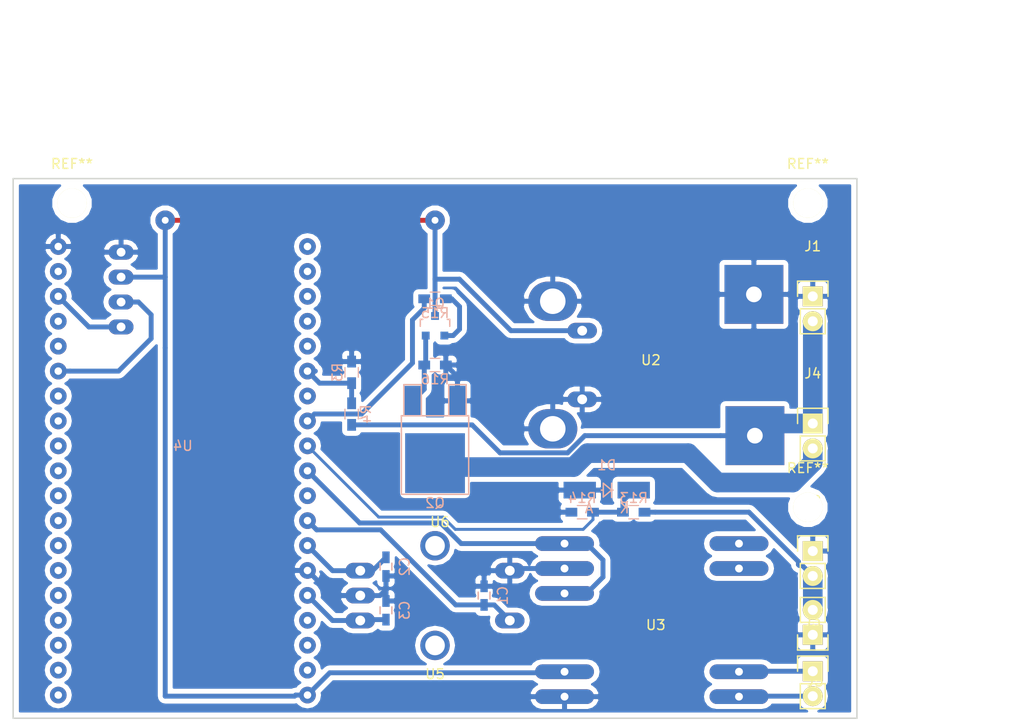
<source format=kicad_pcb>
(kicad_pcb (version 4) (host pcbnew 4.0.6-e0-6349~53~ubuntu16.04.1)

  (general
    (links 0)
    (no_connects 0)
    (area 60.585714 37.3 168.85 111.255)
    (thickness 1.6)
    (drawings 6)
    (tracks 126)
    (zones 0)
    (modules 25)
    (nets 47)
  )

  (page A4)
  (layers
    (0 F.Cu signal)
    (31 B.Cu signal)
    (32 B.Adhes user)
    (33 F.Adhes user)
    (34 B.Paste user)
    (35 F.Paste user)
    (36 B.SilkS user)
    (37 F.SilkS user)
    (38 B.Mask user)
    (39 F.Mask user)
    (40 Dwgs.User user)
    (41 Cmts.User user)
    (42 Eco1.User user)
    (43 Eco2.User user)
    (44 Edge.Cuts user)
    (45 Margin user)
    (46 B.CrtYd user)
    (47 F.CrtYd user)
    (48 B.Fab user)
    (49 F.Fab user)
  )

  (setup
    (last_trace_width 0.5)
    (user_trace_width 0.3)
    (user_trace_width 0.5)
    (user_trace_width 0.7)
    (user_trace_width 0.9)
    (user_trace_width 1)
    (user_trace_width 2)
    (user_trace_width 3)
    (user_trace_width 4)
    (trace_clearance 0.2)
    (zone_clearance 0.508)
    (zone_45_only no)
    (trace_min 0.2)
    (segment_width 0.2)
    (edge_width 0.15)
    (via_size 0.6)
    (via_drill 0.4)
    (via_min_size 0.4)
    (via_min_drill 0.3)
    (user_via 2 0.7)
    (uvia_size 0.3)
    (uvia_drill 0.1)
    (uvias_allowed no)
    (uvia_min_size 0.2)
    (uvia_min_drill 0.1)
    (pcb_text_width 0.3)
    (pcb_text_size 1.5 1.5)
    (mod_edge_width 0.15)
    (mod_text_size 1 1)
    (mod_text_width 0.15)
    (pad_size 1.524 1.524)
    (pad_drill 0.762)
    (pad_to_mask_clearance 0.2)
    (aux_axis_origin 0 0)
    (visible_elements FFFFFF7F)
    (pcbplotparams
      (layerselection 0x00000_80000000)
      (usegerberextensions false)
      (excludeedgelayer false)
      (linewidth 0.100000)
      (plotframeref false)
      (viasonmask false)
      (mode 1)
      (useauxorigin false)
      (hpglpennumber 1)
      (hpglpenspeed 20)
      (hpglpendiameter 15)
      (hpglpenoverlay 2)
      (psnegative false)
      (psa4output false)
      (plotreference false)
      (plotvalue false)
      (plotinvisibletext false)
      (padsonsilk false)
      (subtractmaskfromsilk false)
      (outputformat 5)
      (mirror false)
      (drillshape 1)
      (scaleselection 1)
      (outputdirectory svg))
  )

  (net 0 "")
  (net 1 LOAD_1)
  (net 2 A)
  (net 3 B)
  (net 4 LOAD_SENSE)
  (net 5 +BATT)
  (net 6 LOAD_2)
  (net 7 "Net-(J3-Pad1)")
  (net 8 "Net-(J3-Pad2)")
  (net 9 "Net-(J4-Pad2)")
  (net 10 "Net-(Q1-Pad1)")
  (net 11 "Net-(Q1-Pad2)")
  (net 12 +5V)
  (net 13 BAT_SENSE)
  (net 14 MOTOR_CTL)
  (net 15 "Net-(U3-Pad1)")
  (net 16 "Net-(U4-Pad1)")
  (net 17 "Net-(U4-Pad2)")
  (net 18 "Net-(U4-Pad3)")
  (net 19 "Net-(U4-Pad4)")
  (net 20 "Net-(U4-Pad5)")
  (net 21 "Net-(U4-Pad7)")
  (net 22 "Net-(U4-Pad11)")
  (net 23 "Net-(U4-Pad16)")
  (net 24 "Net-(U4-Pad17)")
  (net 25 "Net-(U4-Pad18)")
  (net 26 "Net-(U4-Pad20)")
  (net 27 "Net-(U4-Pad21)")
  (net 28 "Net-(U4-Pad22)")
  (net 29 "Net-(U4-Pad23)")
  (net 30 "Net-(U4-Pad24)")
  (net 31 "Net-(U4-Pad25)")
  (net 32 "Net-(U4-Pad26)")
  (net 33 "Net-(U4-Pad27)")
  (net 34 "Net-(U4-Pad28)")
  (net 35 "Net-(U4-Pad29)")
  (net 36 "Net-(U4-Pad30)")
  (net 37 "Net-(U4-Pad31)")
  (net 38 "Net-(U4-Pad32)")
  (net 39 "Net-(U4-Pad33)")
  (net 40 "Net-(U4-Pad34)")
  (net 41 "Net-(U4-Pad35)")
  (net 42 "Net-(U4-Pad36)")
  (net 43 "Net-(U4-Pad37)")
  (net 44 BTN)
  (net 45 "Net-(U3-Pad9)")
  (net 46 "Net-(U3-Pad8)")

  (net_class Default "This is the default net class."
    (clearance 0.2)
    (trace_width 0.3)
    (via_dia 0.6)
    (via_drill 0.4)
    (uvia_dia 0.3)
    (uvia_drill 0.1)
    (add_net +5V)
    (add_net +BATT)
    (add_net A)
    (add_net B)
    (add_net BAT_SENSE)
    (add_net BTN)
    (add_net LOAD_1)
    (add_net LOAD_2)
    (add_net LOAD_SENSE)
    (add_net MOTOR_CTL)
    (add_net "Net-(J3-Pad1)")
    (add_net "Net-(J3-Pad2)")
    (add_net "Net-(J4-Pad2)")
    (add_net "Net-(Q1-Pad1)")
    (add_net "Net-(Q1-Pad2)")
    (add_net "Net-(U3-Pad1)")
    (add_net "Net-(U3-Pad8)")
    (add_net "Net-(U3-Pad9)")
    (add_net "Net-(U4-Pad1)")
    (add_net "Net-(U4-Pad11)")
    (add_net "Net-(U4-Pad16)")
    (add_net "Net-(U4-Pad17)")
    (add_net "Net-(U4-Pad18)")
    (add_net "Net-(U4-Pad2)")
    (add_net "Net-(U4-Pad20)")
    (add_net "Net-(U4-Pad21)")
    (add_net "Net-(U4-Pad22)")
    (add_net "Net-(U4-Pad23)")
    (add_net "Net-(U4-Pad24)")
    (add_net "Net-(U4-Pad25)")
    (add_net "Net-(U4-Pad26)")
    (add_net "Net-(U4-Pad27)")
    (add_net "Net-(U4-Pad28)")
    (add_net "Net-(U4-Pad29)")
    (add_net "Net-(U4-Pad3)")
    (add_net "Net-(U4-Pad30)")
    (add_net "Net-(U4-Pad31)")
    (add_net "Net-(U4-Pad32)")
    (add_net "Net-(U4-Pad33)")
    (add_net "Net-(U4-Pad34)")
    (add_net "Net-(U4-Pad35)")
    (add_net "Net-(U4-Pad36)")
    (add_net "Net-(U4-Pad37)")
    (add_net "Net-(U4-Pad4)")
    (add_net "Net-(U4-Pad5)")
    (add_net "Net-(U4-Pad7)")
  )

  (module Mounting_Holes:MountingHole_3mm (layer F.Cu) (tedit 56D1B4CB) (tstamp 5995E396)
    (at 68 57.5)
    (descr "Mounting Hole 3mm, no annular")
    (tags "mounting hole 3mm no annular")
    (fp_text reference REF** (at 0 -4) (layer F.SilkS)
      (effects (font (size 1 1) (thickness 0.15)))
    )
    (fp_text value MountingHole_3mm (at 0 4) (layer F.Fab)
      (effects (font (size 1 1) (thickness 0.15)))
    )
    (fp_circle (center 0 0) (end 3 0) (layer Cmts.User) (width 0.15))
    (fp_circle (center 0 0) (end 3.25 0) (layer F.CrtYd) (width 0.05))
    (pad 1 np_thru_hole circle (at 0 0) (size 3 3) (drill 3) (layers *.Cu *.Mask F.SilkS))
  )

  (module Capacitors_SMD:C_0603_HandSoldering (layer B.Cu) (tedit 541A9B4D) (tstamp 5995D0DD)
    (at 110 97.5 90)
    (descr "Capacitor SMD 0603, hand soldering")
    (tags "capacitor 0603")
    (path /5995E184)
    (attr smd)
    (fp_text reference C1 (at 0 1.9 90) (layer B.SilkS)
      (effects (font (size 1 1) (thickness 0.15)) (justify mirror))
    )
    (fp_text value 100n (at 0 -1.9 90) (layer B.Fab)
      (effects (font (size 1 1) (thickness 0.15)) (justify mirror))
    )
    (fp_line (start -1.85 0.75) (end 1.85 0.75) (layer B.CrtYd) (width 0.05))
    (fp_line (start -1.85 -0.75) (end 1.85 -0.75) (layer B.CrtYd) (width 0.05))
    (fp_line (start -1.85 0.75) (end -1.85 -0.75) (layer B.CrtYd) (width 0.05))
    (fp_line (start 1.85 0.75) (end 1.85 -0.75) (layer B.CrtYd) (width 0.05))
    (fp_line (start -0.35 0.6) (end 0.35 0.6) (layer B.SilkS) (width 0.15))
    (fp_line (start 0.35 -0.6) (end -0.35 -0.6) (layer B.SilkS) (width 0.15))
    (pad 1 smd rect (at -0.95 0 90) (size 1.2 0.75) (layers B.Cu B.Paste B.Mask)
      (net 44 BTN))
    (pad 2 smd rect (at 0.95 0 90) (size 1.2 0.75) (layers B.Cu B.Paste B.Mask)
      (net 1 LOAD_1))
    (model Capacitors_SMD.3dshapes/C_0603_HandSoldering.wrl
      (at (xyz 0 0 0))
      (scale (xyz 1 1 1))
      (rotate (xyz 0 0 0))
    )
  )

  (module Capacitors_SMD:C_0603_HandSoldering (layer B.Cu) (tedit 541A9B4D) (tstamp 5995D0E3)
    (at 100 94.55 90)
    (descr "Capacitor SMD 0603, hand soldering")
    (tags "capacitor 0603")
    (path /5995E01D)
    (attr smd)
    (fp_text reference C2 (at 0 1.9 90) (layer B.SilkS)
      (effects (font (size 1 1) (thickness 0.15)) (justify mirror))
    )
    (fp_text value 100n (at 0 -1.9 90) (layer B.Fab)
      (effects (font (size 1 1) (thickness 0.15)) (justify mirror))
    )
    (fp_line (start -1.85 0.75) (end 1.85 0.75) (layer B.CrtYd) (width 0.05))
    (fp_line (start -1.85 -0.75) (end 1.85 -0.75) (layer B.CrtYd) (width 0.05))
    (fp_line (start -1.85 0.75) (end -1.85 -0.75) (layer B.CrtYd) (width 0.05))
    (fp_line (start 1.85 0.75) (end 1.85 -0.75) (layer B.CrtYd) (width 0.05))
    (fp_line (start -0.35 0.6) (end 0.35 0.6) (layer B.SilkS) (width 0.15))
    (fp_line (start 0.35 -0.6) (end -0.35 -0.6) (layer B.SilkS) (width 0.15))
    (pad 1 smd rect (at -0.95 0 90) (size 1.2 0.75) (layers B.Cu B.Paste B.Mask)
      (net 1 LOAD_1))
    (pad 2 smd rect (at 0.95 0 90) (size 1.2 0.75) (layers B.Cu B.Paste B.Mask)
      (net 2 A))
    (model Capacitors_SMD.3dshapes/C_0603_HandSoldering.wrl
      (at (xyz 0 0 0))
      (scale (xyz 1 1 1))
      (rotate (xyz 0 0 0))
    )
  )

  (module Capacitors_SMD:C_0603_HandSoldering (layer B.Cu) (tedit 541A9B4D) (tstamp 5995D0E9)
    (at 100 99 90)
    (descr "Capacitor SMD 0603, hand soldering")
    (tags "capacitor 0603")
    (path /5995E0B2)
    (attr smd)
    (fp_text reference C3 (at 0 1.9 90) (layer B.SilkS)
      (effects (font (size 1 1) (thickness 0.15)) (justify mirror))
    )
    (fp_text value 100n (at 0 -1.9 90) (layer B.Fab)
      (effects (font (size 1 1) (thickness 0.15)) (justify mirror))
    )
    (fp_line (start -1.85 0.75) (end 1.85 0.75) (layer B.CrtYd) (width 0.05))
    (fp_line (start -1.85 -0.75) (end 1.85 -0.75) (layer B.CrtYd) (width 0.05))
    (fp_line (start -1.85 0.75) (end -1.85 -0.75) (layer B.CrtYd) (width 0.05))
    (fp_line (start 1.85 0.75) (end 1.85 -0.75) (layer B.CrtYd) (width 0.05))
    (fp_line (start -0.35 0.6) (end 0.35 0.6) (layer B.SilkS) (width 0.15))
    (fp_line (start 0.35 -0.6) (end -0.35 -0.6) (layer B.SilkS) (width 0.15))
    (pad 1 smd rect (at -0.95 0 90) (size 1.2 0.75) (layers B.Cu B.Paste B.Mask)
      (net 3 B))
    (pad 2 smd rect (at 0.95 0 90) (size 1.2 0.75) (layers B.Cu B.Paste B.Mask)
      (net 1 LOAD_1))
    (model Capacitors_SMD.3dshapes/C_0603_HandSoldering.wrl
      (at (xyz 0 0 0))
      (scale (xyz 1 1 1))
      (rotate (xyz 0 0 0))
    )
  )

  (module Diodes_SMD:MiniMELF_Handsoldering (layer B.Cu) (tedit 5530FDE5) (tstamp 5995D0EF)
    (at 122.5 86.75 180)
    (descr "Diode Mini-MELF Handsoldering")
    (tags "Diode Mini-MELF Handsoldering")
    (path /5995FDBA)
    (attr smd)
    (fp_text reference D1 (at 0 2.54 180) (layer B.SilkS)
      (effects (font (size 1 1) (thickness 0.15)) (justify mirror))
    )
    (fp_text value 3V3 (at 0 -3.81 180) (layer B.Fab)
      (effects (font (size 1 1) (thickness 0.15)) (justify mirror))
    )
    (fp_line (start -4.55 1) (end 4.55 1) (layer B.CrtYd) (width 0.05))
    (fp_line (start 4.55 1) (end 4.55 -1) (layer B.CrtYd) (width 0.05))
    (fp_line (start 4.55 -1) (end -4.55 -1) (layer B.CrtYd) (width 0.05))
    (fp_line (start -4.55 -1) (end -4.55 1) (layer B.CrtYd) (width 0.05))
    (fp_line (start -0.49958 0) (end -0.64944 0) (layer B.SilkS) (width 0.15))
    (fp_line (start 0.34878 0) (end 0.54944 0) (layer B.SilkS) (width 0.15))
    (fp_line (start -0.49958 0) (end -0.49958 -0.7493) (layer B.SilkS) (width 0.15))
    (fp_line (start -0.49958 0) (end -0.49958 0.70104) (layer B.SilkS) (width 0.15))
    (fp_line (start -0.49958 0) (end 0.34878 0.70104) (layer B.SilkS) (width 0.15))
    (fp_line (start 0.34878 0.70104) (end 0.34878 -0.70104) (layer B.SilkS) (width 0.15))
    (fp_line (start 0.34878 -0.70104) (end -0.49958 0) (layer B.SilkS) (width 0.15))
    (fp_text user K (at -1.8 -1.85 180) (layer B.SilkS)
      (effects (font (size 1 1) (thickness 0.15)) (justify mirror))
    )
    (fp_text user A (at 1.8 -1.85 180) (layer B.SilkS)
      (effects (font (size 1 1) (thickness 0.15)) (justify mirror))
    )
    (pad 1 smd rect (at -2.75082 0 180) (size 3.29946 1.69926) (layers B.Cu B.Paste B.Mask)
      (net 4 LOAD_SENSE))
    (pad 2 smd rect (at 2.75082 0 180) (size 3.29946 1.69926) (layers B.Cu B.Paste B.Mask)
      (net 1 LOAD_1))
    (model Diodes_SMD.3dshapes/MiniMELF_Handsoldering.wrl
      (at (xyz 0 0 0))
      (scale (xyz 0.3937 0.3937 0.3937))
      (rotate (xyz 0 0 180))
    )
  )

  (module Pin_Headers:Pin_Header_Straight_1x02 (layer F.Cu) (tedit 54EA090C) (tstamp 5995D0F5)
    (at 143.5 67)
    (descr "Through hole pin header")
    (tags "pin header")
    (path /5995C979)
    (fp_text reference J1 (at 0 -5.1) (layer F.SilkS)
      (effects (font (size 1 1) (thickness 0.15)))
    )
    (fp_text value PWR_IN (at 0 -3.1) (layer F.Fab)
      (effects (font (size 1 1) (thickness 0.15)))
    )
    (fp_line (start 1.27 1.27) (end 1.27 3.81) (layer F.SilkS) (width 0.15))
    (fp_line (start 1.55 -1.55) (end 1.55 0) (layer F.SilkS) (width 0.15))
    (fp_line (start -1.75 -1.75) (end -1.75 4.3) (layer F.CrtYd) (width 0.05))
    (fp_line (start 1.75 -1.75) (end 1.75 4.3) (layer F.CrtYd) (width 0.05))
    (fp_line (start -1.75 -1.75) (end 1.75 -1.75) (layer F.CrtYd) (width 0.05))
    (fp_line (start -1.75 4.3) (end 1.75 4.3) (layer F.CrtYd) (width 0.05))
    (fp_line (start 1.27 1.27) (end -1.27 1.27) (layer F.SilkS) (width 0.15))
    (fp_line (start -1.55 0) (end -1.55 -1.55) (layer F.SilkS) (width 0.15))
    (fp_line (start -1.55 -1.55) (end 1.55 -1.55) (layer F.SilkS) (width 0.15))
    (fp_line (start -1.27 1.27) (end -1.27 3.81) (layer F.SilkS) (width 0.15))
    (fp_line (start -1.27 3.81) (end 1.27 3.81) (layer F.SilkS) (width 0.15))
    (pad 1 thru_hole rect (at 0 0) (size 2.032 2.032) (drill 1.016) (layers *.Cu *.Mask F.SilkS)
      (net 1 LOAD_1))
    (pad 2 thru_hole oval (at 0 2.54) (size 2.032 2.032) (drill 1.016) (layers *.Cu *.Mask F.SilkS)
      (net 5 +BATT))
    (model Pin_Headers.3dshapes/Pin_Header_Straight_1x02.wrl
      (at (xyz 0 -0.05 0))
      (scale (xyz 1 1 1))
      (rotate (xyz 0 0 90))
    )
  )

  (module Pin_Headers:Pin_Header_Straight_1x02 (layer F.Cu) (tedit 54EA090C) (tstamp 5995D0FB)
    (at 143.5 92.96)
    (descr "Through hole pin header")
    (tags "pin header")
    (path /5995F695)
    (fp_text reference J2 (at 0 -5.1) (layer F.SilkS)
      (effects (font (size 1 1) (thickness 0.15)))
    )
    (fp_text value LOAD_IN (at 0 -3.1) (layer F.Fab)
      (effects (font (size 1 1) (thickness 0.15)))
    )
    (fp_line (start 1.27 1.27) (end 1.27 3.81) (layer F.SilkS) (width 0.15))
    (fp_line (start 1.55 -1.55) (end 1.55 0) (layer F.SilkS) (width 0.15))
    (fp_line (start -1.75 -1.75) (end -1.75 4.3) (layer F.CrtYd) (width 0.05))
    (fp_line (start 1.75 -1.75) (end 1.75 4.3) (layer F.CrtYd) (width 0.05))
    (fp_line (start -1.75 -1.75) (end 1.75 -1.75) (layer F.CrtYd) (width 0.05))
    (fp_line (start -1.75 4.3) (end 1.75 4.3) (layer F.CrtYd) (width 0.05))
    (fp_line (start 1.27 1.27) (end -1.27 1.27) (layer F.SilkS) (width 0.15))
    (fp_line (start -1.55 0) (end -1.55 -1.55) (layer F.SilkS) (width 0.15))
    (fp_line (start -1.55 -1.55) (end 1.55 -1.55) (layer F.SilkS) (width 0.15))
    (fp_line (start -1.27 1.27) (end -1.27 3.81) (layer F.SilkS) (width 0.15))
    (fp_line (start -1.27 3.81) (end 1.27 3.81) (layer F.SilkS) (width 0.15))
    (pad 1 thru_hole rect (at 0 0) (size 2.032 2.032) (drill 1.016) (layers *.Cu *.Mask F.SilkS)
      (net 1 LOAD_1))
    (pad 2 thru_hole oval (at 0 2.54) (size 2.032 2.032) (drill 1.016) (layers *.Cu *.Mask F.SilkS)
      (net 6 LOAD_2))
    (model Pin_Headers.3dshapes/Pin_Header_Straight_1x02.wrl
      (at (xyz 0 -0.05 0))
      (scale (xyz 1 1 1))
      (rotate (xyz 0 0 90))
    )
  )

  (module Pin_Headers:Pin_Header_Straight_1x02 (layer F.Cu) (tedit 54EA090C) (tstamp 5995D101)
    (at 143.5 105.21)
    (descr "Through hole pin header")
    (tags "pin header")
    (path /5995D1AF)
    (fp_text reference J3 (at 0 -5.1) (layer F.SilkS)
      (effects (font (size 1 1) (thickness 0.15)))
    )
    (fp_text value SPEAKER (at 0 -3.1) (layer F.Fab)
      (effects (font (size 1 1) (thickness 0.15)))
    )
    (fp_line (start 1.27 1.27) (end 1.27 3.81) (layer F.SilkS) (width 0.15))
    (fp_line (start 1.55 -1.55) (end 1.55 0) (layer F.SilkS) (width 0.15))
    (fp_line (start -1.75 -1.75) (end -1.75 4.3) (layer F.CrtYd) (width 0.05))
    (fp_line (start 1.75 -1.75) (end 1.75 4.3) (layer F.CrtYd) (width 0.05))
    (fp_line (start -1.75 -1.75) (end 1.75 -1.75) (layer F.CrtYd) (width 0.05))
    (fp_line (start -1.75 4.3) (end 1.75 4.3) (layer F.CrtYd) (width 0.05))
    (fp_line (start 1.27 1.27) (end -1.27 1.27) (layer F.SilkS) (width 0.15))
    (fp_line (start -1.55 0) (end -1.55 -1.55) (layer F.SilkS) (width 0.15))
    (fp_line (start -1.55 -1.55) (end 1.55 -1.55) (layer F.SilkS) (width 0.15))
    (fp_line (start -1.27 1.27) (end -1.27 3.81) (layer F.SilkS) (width 0.15))
    (fp_line (start -1.27 3.81) (end 1.27 3.81) (layer F.SilkS) (width 0.15))
    (pad 1 thru_hole rect (at 0 0) (size 2.032 2.032) (drill 1.016) (layers *.Cu *.Mask F.SilkS)
      (net 7 "Net-(J3-Pad1)"))
    (pad 2 thru_hole oval (at 0 2.54) (size 2.032 2.032) (drill 1.016) (layers *.Cu *.Mask F.SilkS)
      (net 8 "Net-(J3-Pad2)"))
    (model Pin_Headers.3dshapes/Pin_Header_Straight_1x02.wrl
      (at (xyz 0 -0.05 0))
      (scale (xyz 1 1 1))
      (rotate (xyz 0 0 90))
    )
  )

  (module Pin_Headers:Pin_Header_Straight_1x02 (layer F.Cu) (tedit 54EA090C) (tstamp 5995D107)
    (at 143.5 79.96)
    (descr "Through hole pin header")
    (tags "pin header")
    (path /599619C3)
    (fp_text reference J4 (at 0 -5.1) (layer F.SilkS)
      (effects (font (size 1 1) (thickness 0.15)))
    )
    (fp_text value MOTOR (at 0 -3.1) (layer F.Fab)
      (effects (font (size 1 1) (thickness 0.15)))
    )
    (fp_line (start 1.27 1.27) (end 1.27 3.81) (layer F.SilkS) (width 0.15))
    (fp_line (start 1.55 -1.55) (end 1.55 0) (layer F.SilkS) (width 0.15))
    (fp_line (start -1.75 -1.75) (end -1.75 4.3) (layer F.CrtYd) (width 0.05))
    (fp_line (start 1.75 -1.75) (end 1.75 4.3) (layer F.CrtYd) (width 0.05))
    (fp_line (start -1.75 -1.75) (end 1.75 -1.75) (layer F.CrtYd) (width 0.05))
    (fp_line (start -1.75 4.3) (end 1.75 4.3) (layer F.CrtYd) (width 0.05))
    (fp_line (start 1.27 1.27) (end -1.27 1.27) (layer F.SilkS) (width 0.15))
    (fp_line (start -1.55 0) (end -1.55 -1.55) (layer F.SilkS) (width 0.15))
    (fp_line (start -1.55 -1.55) (end 1.55 -1.55) (layer F.SilkS) (width 0.15))
    (fp_line (start -1.27 1.27) (end -1.27 3.81) (layer F.SilkS) (width 0.15))
    (fp_line (start -1.27 3.81) (end 1.27 3.81) (layer F.SilkS) (width 0.15))
    (pad 1 thru_hole rect (at 0 0) (size 2.032 2.032) (drill 1.016) (layers *.Cu *.Mask F.SilkS)
      (net 5 +BATT))
    (pad 2 thru_hole oval (at 0 2.54) (size 2.032 2.032) (drill 1.016) (layers *.Cu *.Mask F.SilkS)
      (net 9 "Net-(J4-Pad2)"))
    (model Pin_Headers.3dshapes/Pin_Header_Straight_1x02.wrl
      (at (xyz 0 -0.05 0))
      (scale (xyz 1 1 1))
      (rotate (xyz 0 0 90))
    )
  )

  (module TO_SOT_Packages_SMD:SOT-23 (layer B.Cu) (tedit 553634F8) (tstamp 5995D10E)
    (at 105 69.99822 180)
    (descr "SOT-23, Standard")
    (tags SOT-23)
    (path /59961CD5)
    (attr smd)
    (fp_text reference Q1 (at 0 2.25 180) (layer B.SilkS)
      (effects (font (size 1 1) (thickness 0.15)) (justify mirror))
    )
    (fp_text value BC817 (at 0 -2.3 180) (layer B.Fab)
      (effects (font (size 1 1) (thickness 0.15)) (justify mirror))
    )
    (fp_line (start -1.65 1.6) (end 1.65 1.6) (layer B.CrtYd) (width 0.05))
    (fp_line (start 1.65 1.6) (end 1.65 -1.6) (layer B.CrtYd) (width 0.05))
    (fp_line (start 1.65 -1.6) (end -1.65 -1.6) (layer B.CrtYd) (width 0.05))
    (fp_line (start -1.65 -1.6) (end -1.65 1.6) (layer B.CrtYd) (width 0.05))
    (fp_line (start 1.29916 0.65024) (end 1.2509 0.65024) (layer B.SilkS) (width 0.15))
    (fp_line (start -1.49982 -0.0508) (end -1.49982 0.65024) (layer B.SilkS) (width 0.15))
    (fp_line (start -1.49982 0.65024) (end -1.2509 0.65024) (layer B.SilkS) (width 0.15))
    (fp_line (start 1.29916 0.65024) (end 1.49982 0.65024) (layer B.SilkS) (width 0.15))
    (fp_line (start 1.49982 0.65024) (end 1.49982 -0.0508) (layer B.SilkS) (width 0.15))
    (pad 1 smd rect (at -0.95 -1.00076 180) (size 0.8001 0.8001) (layers B.Cu B.Paste B.Mask)
      (net 10 "Net-(Q1-Pad1)"))
    (pad 2 smd rect (at 0.95 -1.00076 180) (size 0.8001 0.8001) (layers B.Cu B.Paste B.Mask)
      (net 11 "Net-(Q1-Pad2)"))
    (pad 3 smd rect (at 0 0.99822 180) (size 0.8001 0.8001) (layers B.Cu B.Paste B.Mask)
      (net 12 +5V))
    (model TO_SOT_Packages_SMD.3dshapes/SOT-23.wrl
      (at (xyz 0 0 0))
      (scale (xyz 1 1 1))
      (rotate (xyz 0 0 0))
    )
  )

  (module TO_SOT_Packages_SMD:TO-252-2Lead (layer B.Cu) (tedit 0) (tstamp 5995D115)
    (at 105 77.65)
    (descr "DPAK / TO-252 2-lead smd package")
    (tags "dpak TO-252")
    (path /5996159A)
    (attr smd)
    (fp_text reference Q2 (at 0 10.414) (layer B.SilkS)
      (effects (font (size 1 1) (thickness 0.15)) (justify mirror))
    )
    (fp_text value Q_NMOS_GDS (at 0 2.413) (layer B.Fab)
      (effects (font (size 1 1) (thickness 0.15)) (justify mirror))
    )
    (fp_line (start 1.397 1.524) (end 1.397 -1.651) (layer B.SilkS) (width 0.15))
    (fp_line (start 1.397 -1.651) (end 3.175 -1.651) (layer B.SilkS) (width 0.15))
    (fp_line (start 3.175 -1.651) (end 3.175 1.524) (layer B.SilkS) (width 0.15))
    (fp_line (start -3.175 1.524) (end -3.175 -1.651) (layer B.SilkS) (width 0.15))
    (fp_line (start -3.175 -1.651) (end -1.397 -1.651) (layer B.SilkS) (width 0.15))
    (fp_line (start -1.397 -1.651) (end -1.397 1.524) (layer B.SilkS) (width 0.15))
    (fp_line (start 3.429 7.62) (end 3.429 1.524) (layer B.SilkS) (width 0.15))
    (fp_line (start 3.429 1.524) (end -3.429 1.524) (layer B.SilkS) (width 0.15))
    (fp_line (start -3.429 1.524) (end -3.429 9.398) (layer B.SilkS) (width 0.15))
    (fp_line (start -3.429 9.525) (end 3.429 9.525) (layer B.SilkS) (width 0.15))
    (fp_line (start 3.429 9.398) (end 3.429 7.62) (layer B.SilkS) (width 0.15))
    (pad 1 smd rect (at -2.286 0) (size 1.651 3.048) (layers B.Cu B.Paste B.Mask)
      (net 11 "Net-(Q1-Pad2)"))
    (pad 2 smd rect (at 0 6.35) (size 6.096 6.096) (layers B.Cu B.Paste B.Mask)
      (net 9 "Net-(J4-Pad2)"))
    (pad 3 smd rect (at 2.286 0) (size 1.651 3.048) (layers B.Cu B.Paste B.Mask)
      (net 1 LOAD_1))
    (model TO_SOT_Packages_SMD.3dshapes/TO-252-2Lead.wrl
      (at (xyz 0 0 0))
      (scale (xyz 1 1 1))
      (rotate (xyz 0 0 0))
    )
  )

  (module Resistors_SMD:R_0603_HandSoldering (layer B.Cu) (tedit 58AAD9E8) (tstamp 5995D127)
    (at 96.5 74.75 270)
    (descr "Resistor SMD 0603, hand soldering")
    (tags "resistor 0603")
    (path /5995CAB1)
    (attr smd)
    (fp_text reference R3 (at 0 1.45 270) (layer B.SilkS)
      (effects (font (size 1 1) (thickness 0.15)) (justify mirror))
    )
    (fp_text value 20k (at 0 -1.55 270) (layer B.Fab)
      (effects (font (size 1 1) (thickness 0.15)) (justify mirror))
    )
    (fp_text user %R (at 0 1.45 270) (layer B.Fab)
      (effects (font (size 1 1) (thickness 0.15)) (justify mirror))
    )
    (fp_line (start -0.8 -0.4) (end -0.8 0.4) (layer B.Fab) (width 0.1))
    (fp_line (start 0.8 -0.4) (end -0.8 -0.4) (layer B.Fab) (width 0.1))
    (fp_line (start 0.8 0.4) (end 0.8 -0.4) (layer B.Fab) (width 0.1))
    (fp_line (start -0.8 0.4) (end 0.8 0.4) (layer B.Fab) (width 0.1))
    (fp_line (start 0.5 -0.68) (end -0.5 -0.68) (layer B.SilkS) (width 0.12))
    (fp_line (start -0.5 0.68) (end 0.5 0.68) (layer B.SilkS) (width 0.12))
    (fp_line (start -1.96 0.7) (end 1.95 0.7) (layer B.CrtYd) (width 0.05))
    (fp_line (start -1.96 0.7) (end -1.96 -0.7) (layer B.CrtYd) (width 0.05))
    (fp_line (start 1.95 -0.7) (end 1.95 0.7) (layer B.CrtYd) (width 0.05))
    (fp_line (start 1.95 -0.7) (end -1.96 -0.7) (layer B.CrtYd) (width 0.05))
    (pad 1 smd rect (at -1.1 0 270) (size 1.2 0.9) (layers B.Cu B.Paste B.Mask)
      (net 1 LOAD_1))
    (pad 2 smd rect (at 1.1 0 270) (size 1.2 0.9) (layers B.Cu B.Paste B.Mask)
      (net 13 BAT_SENSE))
    (model Resistors_SMD.3dshapes/R_0603.wrl
      (at (xyz 0 0 0))
      (scale (xyz 1 1 1))
      (rotate (xyz 0 0 0))
    )
  )

  (module Resistors_SMD:R_0603_HandSoldering (layer B.Cu) (tedit 58AAD9E8) (tstamp 5995D12D)
    (at 96.5 79 90)
    (descr "Resistor SMD 0603, hand soldering")
    (tags "resistor 0603")
    (path /5995CA57)
    (attr smd)
    (fp_text reference R4 (at 0 1.45 90) (layer B.SilkS)
      (effects (font (size 1 1) (thickness 0.15)) (justify mirror))
    )
    (fp_text value 20k (at 0 -1.55 90) (layer B.Fab)
      (effects (font (size 1 1) (thickness 0.15)) (justify mirror))
    )
    (fp_text user %R (at 0 1.45 90) (layer B.Fab)
      (effects (font (size 1 1) (thickness 0.15)) (justify mirror))
    )
    (fp_line (start -0.8 -0.4) (end -0.8 0.4) (layer B.Fab) (width 0.1))
    (fp_line (start 0.8 -0.4) (end -0.8 -0.4) (layer B.Fab) (width 0.1))
    (fp_line (start 0.8 0.4) (end 0.8 -0.4) (layer B.Fab) (width 0.1))
    (fp_line (start -0.8 0.4) (end 0.8 0.4) (layer B.Fab) (width 0.1))
    (fp_line (start 0.5 -0.68) (end -0.5 -0.68) (layer B.SilkS) (width 0.12))
    (fp_line (start -0.5 0.68) (end 0.5 0.68) (layer B.SilkS) (width 0.12))
    (fp_line (start -1.96 0.7) (end 1.95 0.7) (layer B.CrtYd) (width 0.05))
    (fp_line (start -1.96 0.7) (end -1.96 -0.7) (layer B.CrtYd) (width 0.05))
    (fp_line (start 1.95 -0.7) (end 1.95 0.7) (layer B.CrtYd) (width 0.05))
    (fp_line (start 1.95 -0.7) (end -1.96 -0.7) (layer B.CrtYd) (width 0.05))
    (pad 1 smd rect (at -1.1 0 90) (size 1.2 0.9) (layers B.Cu B.Paste B.Mask)
      (net 5 +BATT))
    (pad 2 smd rect (at 1.1 0 90) (size 1.2 0.9) (layers B.Cu B.Paste B.Mask)
      (net 13 BAT_SENSE))
    (model Resistors_SMD.3dshapes/R_0603.wrl
      (at (xyz 0 0 0))
      (scale (xyz 1 1 1))
      (rotate (xyz 0 0 0))
    )
  )

  (module Resistors_SMD:R_0603_HandSoldering (layer B.Cu) (tedit 58AAD9E8) (tstamp 5995D163)
    (at 125.25 89 180)
    (descr "Resistor SMD 0603, hand soldering")
    (tags "resistor 0603")
    (path /5995FBEB)
    (attr smd)
    (fp_text reference R13 (at 0 1.45 180) (layer B.SilkS)
      (effects (font (size 1 1) (thickness 0.15)) (justify mirror))
    )
    (fp_text value 20k (at 0 -1.55 180) (layer B.Fab)
      (effects (font (size 1 1) (thickness 0.15)) (justify mirror))
    )
    (fp_text user %R (at 0 1.45 180) (layer B.Fab)
      (effects (font (size 1 1) (thickness 0.15)) (justify mirror))
    )
    (fp_line (start -0.8 -0.4) (end -0.8 0.4) (layer B.Fab) (width 0.1))
    (fp_line (start 0.8 -0.4) (end -0.8 -0.4) (layer B.Fab) (width 0.1))
    (fp_line (start 0.8 0.4) (end 0.8 -0.4) (layer B.Fab) (width 0.1))
    (fp_line (start -0.8 0.4) (end 0.8 0.4) (layer B.Fab) (width 0.1))
    (fp_line (start 0.5 -0.68) (end -0.5 -0.68) (layer B.SilkS) (width 0.12))
    (fp_line (start -0.5 0.68) (end 0.5 0.68) (layer B.SilkS) (width 0.12))
    (fp_line (start -1.96 0.7) (end 1.95 0.7) (layer B.CrtYd) (width 0.05))
    (fp_line (start -1.96 0.7) (end -1.96 -0.7) (layer B.CrtYd) (width 0.05))
    (fp_line (start 1.95 -0.7) (end 1.95 0.7) (layer B.CrtYd) (width 0.05))
    (fp_line (start 1.95 -0.7) (end -1.96 -0.7) (layer B.CrtYd) (width 0.05))
    (pad 1 smd rect (at -1.1 0 180) (size 1.2 0.9) (layers B.Cu B.Paste B.Mask)
      (net 6 LOAD_2))
    (pad 2 smd rect (at 1.1 0 180) (size 1.2 0.9) (layers B.Cu B.Paste B.Mask)
      (net 4 LOAD_SENSE))
    (model Resistors_SMD.3dshapes/R_0603.wrl
      (at (xyz 0 0 0))
      (scale (xyz 1 1 1))
      (rotate (xyz 0 0 0))
    )
  )

  (module Resistors_SMD:R_0603_HandSoldering (layer B.Cu) (tedit 58AAD9E8) (tstamp 5995D169)
    (at 120 89 180)
    (descr "Resistor SMD 0603, hand soldering")
    (tags "resistor 0603")
    (path /5995FC67)
    (attr smd)
    (fp_text reference R14 (at 0 1.45 180) (layer B.SilkS)
      (effects (font (size 1 1) (thickness 0.15)) (justify mirror))
    )
    (fp_text value 20k (at 0 -1.55 180) (layer B.Fab)
      (effects (font (size 1 1) (thickness 0.15)) (justify mirror))
    )
    (fp_text user %R (at 0 1.45 180) (layer B.Fab)
      (effects (font (size 1 1) (thickness 0.15)) (justify mirror))
    )
    (fp_line (start -0.8 -0.4) (end -0.8 0.4) (layer B.Fab) (width 0.1))
    (fp_line (start 0.8 -0.4) (end -0.8 -0.4) (layer B.Fab) (width 0.1))
    (fp_line (start 0.8 0.4) (end 0.8 -0.4) (layer B.Fab) (width 0.1))
    (fp_line (start -0.8 0.4) (end 0.8 0.4) (layer B.Fab) (width 0.1))
    (fp_line (start 0.5 -0.68) (end -0.5 -0.68) (layer B.SilkS) (width 0.12))
    (fp_line (start -0.5 0.68) (end 0.5 0.68) (layer B.SilkS) (width 0.12))
    (fp_line (start -1.96 0.7) (end 1.95 0.7) (layer B.CrtYd) (width 0.05))
    (fp_line (start -1.96 0.7) (end -1.96 -0.7) (layer B.CrtYd) (width 0.05))
    (fp_line (start 1.95 -0.7) (end 1.95 0.7) (layer B.CrtYd) (width 0.05))
    (fp_line (start 1.95 -0.7) (end -1.96 -0.7) (layer B.CrtYd) (width 0.05))
    (pad 1 smd rect (at -1.1 0 180) (size 1.2 0.9) (layers B.Cu B.Paste B.Mask)
      (net 4 LOAD_SENSE))
    (pad 2 smd rect (at 1.1 0 180) (size 1.2 0.9) (layers B.Cu B.Paste B.Mask)
      (net 1 LOAD_1))
    (model Resistors_SMD.3dshapes/R_0603.wrl
      (at (xyz 0 0 0))
      (scale (xyz 1 1 1))
      (rotate (xyz 0 0 0))
    )
  )

  (module Resistors_SMD:R_0603_HandSoldering (layer B.Cu) (tedit 58AAD9E8) (tstamp 5995D16F)
    (at 105 67.25)
    (descr "Resistor SMD 0603, hand soldering")
    (tags "resistor 0603")
    (path /59961DD5)
    (attr smd)
    (fp_text reference R15 (at 0 1.45) (layer B.SilkS)
      (effects (font (size 1 1) (thickness 0.15)) (justify mirror))
    )
    (fp_text value 330R (at 0 -1.55) (layer B.Fab)
      (effects (font (size 1 1) (thickness 0.15)) (justify mirror))
    )
    (fp_text user %R (at 0 1.45) (layer B.Fab)
      (effects (font (size 1 1) (thickness 0.15)) (justify mirror))
    )
    (fp_line (start -0.8 -0.4) (end -0.8 0.4) (layer B.Fab) (width 0.1))
    (fp_line (start 0.8 -0.4) (end -0.8 -0.4) (layer B.Fab) (width 0.1))
    (fp_line (start 0.8 0.4) (end 0.8 -0.4) (layer B.Fab) (width 0.1))
    (fp_line (start -0.8 0.4) (end 0.8 0.4) (layer B.Fab) (width 0.1))
    (fp_line (start 0.5 -0.68) (end -0.5 -0.68) (layer B.SilkS) (width 0.12))
    (fp_line (start -0.5 0.68) (end 0.5 0.68) (layer B.SilkS) (width 0.12))
    (fp_line (start -1.96 0.7) (end 1.95 0.7) (layer B.CrtYd) (width 0.05))
    (fp_line (start -1.96 0.7) (end -1.96 -0.7) (layer B.CrtYd) (width 0.05))
    (fp_line (start 1.95 -0.7) (end 1.95 0.7) (layer B.CrtYd) (width 0.05))
    (fp_line (start 1.95 -0.7) (end -1.96 -0.7) (layer B.CrtYd) (width 0.05))
    (pad 1 smd rect (at -1.1 0) (size 1.2 0.9) (layers B.Cu B.Paste B.Mask)
      (net 14 MOTOR_CTL))
    (pad 2 smd rect (at 1.1 0) (size 1.2 0.9) (layers B.Cu B.Paste B.Mask)
      (net 10 "Net-(Q1-Pad1)"))
    (model Resistors_SMD.3dshapes/R_0603.wrl
      (at (xyz 0 0 0))
      (scale (xyz 1 1 1))
      (rotate (xyz 0 0 0))
    )
  )

  (module Resistors_SMD:R_0603_HandSoldering (layer B.Cu) (tedit 58AAD9E8) (tstamp 5995D175)
    (at 105 74)
    (descr "Resistor SMD 0603, hand soldering")
    (tags "resistor 0603")
    (path /59961EAC)
    (attr smd)
    (fp_text reference R16 (at 0 1.45) (layer B.SilkS)
      (effects (font (size 1 1) (thickness 0.15)) (justify mirror))
    )
    (fp_text value 1k (at 0 -1.55) (layer B.Fab)
      (effects (font (size 1 1) (thickness 0.15)) (justify mirror))
    )
    (fp_text user %R (at 0 1.45) (layer B.Fab)
      (effects (font (size 1 1) (thickness 0.15)) (justify mirror))
    )
    (fp_line (start -0.8 -0.4) (end -0.8 0.4) (layer B.Fab) (width 0.1))
    (fp_line (start 0.8 -0.4) (end -0.8 -0.4) (layer B.Fab) (width 0.1))
    (fp_line (start 0.8 0.4) (end 0.8 -0.4) (layer B.Fab) (width 0.1))
    (fp_line (start -0.8 0.4) (end 0.8 0.4) (layer B.Fab) (width 0.1))
    (fp_line (start 0.5 -0.68) (end -0.5 -0.68) (layer B.SilkS) (width 0.12))
    (fp_line (start -0.5 0.68) (end 0.5 0.68) (layer B.SilkS) (width 0.12))
    (fp_line (start -1.96 0.7) (end 1.95 0.7) (layer B.CrtYd) (width 0.05))
    (fp_line (start -1.96 0.7) (end -1.96 -0.7) (layer B.CrtYd) (width 0.05))
    (fp_line (start 1.95 -0.7) (end 1.95 0.7) (layer B.CrtYd) (width 0.05))
    (fp_line (start 1.95 -0.7) (end -1.96 -0.7) (layer B.CrtYd) (width 0.05))
    (pad 1 smd rect (at -1.1 0) (size 1.2 0.9) (layers B.Cu B.Paste B.Mask)
      (net 11 "Net-(Q1-Pad2)"))
    (pad 2 smd rect (at 1.1 0) (size 1.2 0.9) (layers B.Cu B.Paste B.Mask)
      (net 1 LOAD_1))
    (model Resistors_SMD.3dshapes/R_0603.wrl
      (at (xyz 0 0 0))
      (scale (xyz 1 1 1))
      (rotate (xyz 0 0 0))
    )
  )

  (module yaqwsx:5VEbayStepup (layer F.Cu) (tedit 5995BE43) (tstamp 5995D187)
    (at 127 74 180)
    (path /5995C6E2)
    (fp_text reference U2 (at 0 0.5 180) (layer F.SilkS)
      (effects (font (size 1 1) (thickness 0.15)))
    )
    (fp_text value 5VEbayStepup (at 0 -4 180) (layer F.Fab)
      (effects (font (size 1 1) (thickness 0.15)))
    )
    (fp_line (start 13 -9) (end 13 9) (layer F.Fab) (width 0.15))
    (fp_line (start -13 -9) (end 13 -9) (layer F.Fab) (width 0.15))
    (fp_line (start -13 9) (end -13 -9) (layer F.Fab) (width 0.15))
    (fp_line (start 13 9) (end -13 9) (layer F.Fab) (width 0.15))
    (pad 1 thru_hole rect (at -10.6 -7.2 180) (size 6 6) (drill 1.6) (layers *.Cu *.Mask)
      (net 5 +BATT))
    (pad 2 thru_hole rect (at -10.5 7.2 180) (size 6 6) (drill 1.6) (layers *.Cu *.Mask)
      (net 1 LOAD_1))
    (pad 4 thru_hole oval (at 10 6.5 180) (size 5 4) (drill 2.6) (layers *.Cu *.Mask)
      (net 1 LOAD_1))
    (pad 4 thru_hole oval (at 10 -6.5 180) (size 5 4) (drill 2.6) (layers *.Cu *.Mask)
      (net 1 LOAD_1))
    (pad 4 thru_hole oval (at 7 -3.5 180) (size 3 1.6) (drill 1) (layers *.Cu *.Mask)
      (net 1 LOAD_1))
    (pad 3 thru_hole oval (at 7 3.5 180) (size 3 1.6) (drill 1) (layers *.Cu *.Mask)
      (net 12 +5V))
  )

  (module yaqwsx:ChineseAudioAmp (layer F.Cu) (tedit 5995C48A) (tstamp 5995D194)
    (at 127.5 100)
    (path /5995C731)
    (fp_text reference U3 (at 0 0.5) (layer F.SilkS)
      (effects (font (size 1 1) (thickness 0.15)))
    )
    (fp_text value AudioAmp (at -3 -4.5) (layer F.Fab)
      (effects (font (size 1 1) (thickness 0.15)))
    )
    (fp_line (start -10.5 -9) (end 10.5 -9) (layer F.Fab) (width 0.15))
    (fp_line (start -10.5 9) (end -10.5 -9) (layer F.Fab) (width 0.15))
    (fp_line (start 10.5 9) (end -10.5 9) (layer F.Fab) (width 0.15))
    (fp_line (start 10.5 -9) (end 10.5 9) (layer F.Fab) (width 0.15))
    (pad 1 thru_hole oval (at -9.3 -7.8) (size 6 1.5) (drill 0.8) (layers *.Cu *.Mask)
      (net 15 "Net-(U3-Pad1)"))
    (pad 2 thru_hole oval (at -9.3 -5.26) (size 6 1.5) (drill 0.8) (layers *.Cu *.Mask)
      (net 1 LOAD_1))
    (pad 3 thru_hole oval (at -9.3 -2.72) (size 6 1.5) (drill 0.8) (layers *.Cu *.Mask)
      (net 15 "Net-(U3-Pad1)"))
    (pad 9 thru_hole oval (at 8.48 -7.8) (size 6 1.5) (drill 0.8) (layers *.Cu *.Mask)
      (net 45 "Net-(U3-Pad9)"))
    (pad 8 thru_hole oval (at 8.48 -5.26) (size 6 1.5) (drill 0.8) (layers *.Cu *.Mask)
      (net 46 "Net-(U3-Pad8)"))
    (pad 5 thru_hole oval (at -9.3 7.8) (size 6 1.5) (drill 0.8) (layers *.Cu *.Mask)
      (net 1 LOAD_1))
    (pad 4 thru_hole oval (at -9.3 5.26) (size 6 1.5) (drill 0.8) (layers *.Cu *.Mask)
      (net 12 +5V))
    (pad 6 thru_hole oval (at 8.48 7.8) (size 6 1.5) (drill 0.8) (layers *.Cu *.Mask)
      (net 8 "Net-(J3-Pad2)"))
    (pad 7 thru_hole oval (at 8.48 5.26) (size 6 1.5) (drill 0.8) (layers *.Cu *.Mask)
      (net 7 "Net-(J3-Pad1)"))
  )

  (module yaqwsx:ESP32-DEVKIT-C (layer B.Cu) (tedit 59153189) (tstamp 5995D1BE)
    (at 92 61.92 180)
    (path /5995C677)
    (fp_text reference U4 (at 12.7 -20.32 180) (layer B.SilkS)
      (effects (font (size 1 1) (thickness 0.15)) (justify mirror))
    )
    (fp_text value ESP32-DEVKIT-C (at 12.7 -48.26 180) (layer B.Fab)
      (effects (font (size 1 1) (thickness 0.15)) (justify mirror))
    )
    (fp_line (start 17 -42) (end 17 -47) (layer B.Fab) (width 0.15))
    (fp_line (start 9 -42) (end 17 -42) (layer B.Fab) (width 0.15))
    (fp_line (start 9 -47) (end 9 -42) (layer B.Fab) (width 0.15))
    (fp_line (start 21 -16.5) (end 21 7) (layer B.Fab) (width 0.15))
    (fp_line (start 4 -16.5) (end 21 -16.5) (layer B.Fab) (width 0.15))
    (fp_line (start 4 7) (end 4 -16.5) (layer B.Fab) (width 0.15))
    (fp_line (start 4 7) (end 21 7) (layer B.Fab) (width 0.15))
    (fp_line (start -1.27 1.27) (end -1.27 -46.99) (layer B.Fab) (width 0.15))
    (fp_line (start 26.67 1.27) (end -1.27 1.27) (layer B.Fab) (width 0.15))
    (fp_line (start 26.67 -46.99) (end 26.67 1.27) (layer B.Fab) (width 0.15))
    (fp_line (start -1.27 -46.99) (end 26.67 -46.99) (layer B.Fab) (width 0.15))
    (pad 1 thru_hole oval (at 0 0 180) (size 1.7 1.7) (drill 0.762) (layers *.Cu *.Mask)
      (net 16 "Net-(U4-Pad1)"))
    (pad 2 thru_hole oval (at 0 -2.54 180) (size 1.7 1.7) (drill 0.762) (layers *.Cu *.Mask)
      (net 17 "Net-(U4-Pad2)"))
    (pad 3 thru_hole oval (at 0 -5.08 180) (size 1.7 1.7) (drill 0.762) (layers *.Cu *.Mask)
      (net 18 "Net-(U4-Pad3)"))
    (pad 4 thru_hole oval (at 0 -7.62 180) (size 1.7 1.7) (drill 0.762) (layers *.Cu *.Mask)
      (net 19 "Net-(U4-Pad4)"))
    (pad 5 thru_hole oval (at 0 -10.16 180) (size 1.7 1.7) (drill 0.762) (layers *.Cu *.Mask)
      (net 20 "Net-(U4-Pad5)"))
    (pad 6 thru_hole oval (at 0 -12.7 180) (size 1.7 1.7) (drill 0.762) (layers *.Cu *.Mask)
      (net 13 BAT_SENSE))
    (pad 7 thru_hole oval (at 0 -15.24 180) (size 1.7 1.7) (drill 0.762) (layers *.Cu *.Mask)
      (net 21 "Net-(U4-Pad7)"))
    (pad 8 thru_hole oval (at 0 -17.78 180) (size 1.7 1.7) (drill 0.762) (layers *.Cu *.Mask)
      (net 14 MOTOR_CTL))
    (pad 9 thru_hole oval (at 0 -20.32 180) (size 1.7 1.7) (drill 0.762) (layers *.Cu *.Mask)
      (net 4 LOAD_SENSE))
    (pad 10 thru_hole oval (at 0 -22.86 180) (size 1.7 1.7) (drill 0.762) (layers *.Cu *.Mask)
      (net 15 "Net-(U3-Pad1)"))
    (pad 11 thru_hole oval (at 0 -25.4 180) (size 1.7 1.7) (drill 0.762) (layers *.Cu *.Mask)
      (net 22 "Net-(U4-Pad11)"))
    (pad 12 thru_hole oval (at 0 -27.94 180) (size 1.7 1.7) (drill 0.762) (layers *.Cu *.Mask)
      (net 44 BTN))
    (pad 13 thru_hole oval (at 0 -30.48 180) (size 1.7 1.7) (drill 0.762) (layers *.Cu *.Mask)
      (net 2 A))
    (pad 14 thru_hole oval (at 0 -33.02 180) (size 1.7 1.7) (drill 0.762) (layers *.Cu *.Mask)
      (net 1 LOAD_1))
    (pad 15 thru_hole oval (at 0 -35.56 180) (size 1.7 1.7) (drill 0.762) (layers *.Cu *.Mask)
      (net 3 B))
    (pad 16 thru_hole oval (at 0 -38.1 180) (size 1.7 1.7) (drill 0.762) (layers *.Cu *.Mask)
      (net 23 "Net-(U4-Pad16)"))
    (pad 17 thru_hole oval (at 0 -40.64 180) (size 1.7 1.7) (drill 0.762) (layers *.Cu *.Mask)
      (net 24 "Net-(U4-Pad17)"))
    (pad 18 thru_hole oval (at 0 -43.18 180) (size 1.7 1.7) (drill 0.762) (layers *.Cu *.Mask)
      (net 25 "Net-(U4-Pad18)"))
    (pad 19 thru_hole oval (at 0 -45.72 180) (size 1.7 1.7) (drill 0.762) (layers *.Cu *.Mask)
      (net 12 +5V))
    (pad 20 thru_hole oval (at 25.4 -45.72 180) (size 1.7 1.7) (drill 0.762) (layers *.Cu *.Mask)
      (net 26 "Net-(U4-Pad20)"))
    (pad 21 thru_hole oval (at 25.4 -43.18 180) (size 1.7 1.7) (drill 0.762) (layers *.Cu *.Mask)
      (net 27 "Net-(U4-Pad21)"))
    (pad 22 thru_hole oval (at 25.4 -40.64 180) (size 1.7 1.7) (drill 0.762) (layers *.Cu *.Mask)
      (net 28 "Net-(U4-Pad22)"))
    (pad 23 thru_hole oval (at 25.4 -38.1 180) (size 1.7 1.7) (drill 0.762) (layers *.Cu *.Mask)
      (net 29 "Net-(U4-Pad23)"))
    (pad 24 thru_hole oval (at 25.4 -35.56 180) (size 1.7 1.7) (drill 0.762) (layers *.Cu *.Mask)
      (net 30 "Net-(U4-Pad24)"))
    (pad 25 thru_hole oval (at 25.4 -33.02 180) (size 1.7 1.7) (drill 0.762) (layers *.Cu *.Mask)
      (net 31 "Net-(U4-Pad25)"))
    (pad 26 thru_hole oval (at 25.4 -30.48 180) (size 1.7 1.7) (drill 0.762) (layers *.Cu *.Mask)
      (net 32 "Net-(U4-Pad26)"))
    (pad 27 thru_hole oval (at 25.4 -27.94 180) (size 1.7 1.7) (drill 0.762) (layers *.Cu *.Mask)
      (net 33 "Net-(U4-Pad27)"))
    (pad 28 thru_hole oval (at 25.4 -25.4 180) (size 1.7 1.7) (drill 0.762) (layers *.Cu *.Mask)
      (net 34 "Net-(U4-Pad28)"))
    (pad 29 thru_hole oval (at 25.4 -22.86 180) (size 1.7 1.7) (drill 0.762) (layers *.Cu *.Mask)
      (net 35 "Net-(U4-Pad29)"))
    (pad 30 thru_hole oval (at 25.4 -20.32 180) (size 1.7 1.7) (drill 0.762) (layers *.Cu *.Mask)
      (net 36 "Net-(U4-Pad30)"))
    (pad 31 thru_hole oval (at 25.4 -17.78 180) (size 1.7 1.7) (drill 0.762) (layers *.Cu *.Mask)
      (net 37 "Net-(U4-Pad31)"))
    (pad 32 thru_hole oval (at 25.4 -15.24 180) (size 1.7 1.7) (drill 0.762) (layers *.Cu *.Mask)
      (net 38 "Net-(U4-Pad32)"))
    (pad 33 thru_hole oval (at 25.4 -12.7 180) (size 1.7 1.7) (drill 0.762) (layers *.Cu *.Mask)
      (net 39 "Net-(U4-Pad33)"))
    (pad 34 thru_hole oval (at 25.4 -10.16 180) (size 1.7 1.7) (drill 0.762) (layers *.Cu *.Mask)
      (net 40 "Net-(U4-Pad34)"))
    (pad 35 thru_hole oval (at 25.4 -7.62 180) (size 1.7 1.7) (drill 0.762) (layers *.Cu *.Mask)
      (net 41 "Net-(U4-Pad35)"))
    (pad 36 thru_hole oval (at 25.4 -5.08 180) (size 1.7 1.7) (drill 0.762) (layers *.Cu *.Mask)
      (net 42 "Net-(U4-Pad36)"))
    (pad 37 thru_hole oval (at 25.4 -2.54 180) (size 1.7 1.7) (drill 0.762) (layers *.Cu *.Mask)
      (net 43 "Net-(U4-Pad37)"))
    (pad 38 thru_hole oval (at 25.4 0 180) (size 1.7 1.7) (drill 0.762) (layers *.Cu *.Mask)
      (net 1 LOAD_1))
  )

  (module yaqwsx:RotationalEncoder (layer F.Cu) (tedit 5995C0F1) (tstamp 5995D1C9)
    (at 105 97.5)
    (path /5995C77A)
    (fp_text reference U5 (at 0 8) (layer F.SilkS)
      (effects (font (size 1 1) (thickness 0.15)))
    )
    (fp_text value Encoder (at 0 -8) (layer F.Fab)
      (effects (font (size 1 1) (thickness 0.15)))
    )
    (fp_line (start -1.5 -3) (end 3.5 -0.5) (layer F.Fab) (width 0.15))
    (fp_circle (center 0 0) (end 3.5 0) (layer F.Fab) (width 0.15))
    (fp_line (start -7 -6) (end 7 -6) (layer F.Fab) (width 0.15))
    (fp_line (start -7 6) (end -7 -6) (layer F.Fab) (width 0.15))
    (fp_line (start 7 6) (end -7 6) (layer F.Fab) (width 0.15))
    (fp_line (start 7 -6) (end 7 6) (layer F.Fab) (width 0.15))
    (pad 1 thru_hole oval (at -7.62 -2.54) (size 3 1.6) (drill 1) (layers *.Cu *.Mask)
      (net 2 A))
    (pad 2 thru_hole oval (at -7.62 0) (size 3 1.6) (drill 1) (layers *.Cu *.Mask)
      (net 1 LOAD_1))
    (pad 3 thru_hole oval (at -7.62 2.54) (size 3 1.6) (drill 1) (layers *.Cu *.Mask)
      (net 3 B))
    (pad 4 thru_hole oval (at 7.62 -2.54) (size 3 1.6) (drill 1) (layers *.Cu *.Mask)
      (net 1 LOAD_1))
    (pad 5 thru_hole oval (at 7.62 2.54) (size 3 1.6) (drill 1) (layers *.Cu *.Mask)
      (net 44 BTN))
    (pad "" thru_hole oval (at 0 -5.08) (size 3 3) (drill 2) (layers *.Cu *.Mask))
    (pad "" thru_hole oval (at 0 5.08) (size 3 3) (drill 2) (layers *.Cu *.Mask))
  )

  (module yaqwsx:I2C_LCD_16x2 (layer F.Cu) (tedit 5995B7E5) (tstamp 5995D1D1)
    (at 105.5 73)
    (path /5995C808)
    (fp_text reference U6 (at 0 17) (layer F.SilkS)
      (effects (font (size 1 1) (thickness 0.15)))
    )
    (fp_text value I2C_LCD (at 0 -17) (layer F.Fab)
      (effects (font (size 1 1) (thickness 0.15)))
    )
    (fp_line (start -34 3) (end -34 -18) (layer F.Fab) (width 0.15))
    (fp_line (start 8 3) (end 8 -18) (layer F.Fab) (width 0.15))
    (fp_line (start -34 3) (end 8 3) (layer F.Fab) (width 0.15))
    (fp_line (start -32.5 8.5) (end 32.5 8.5) (layer F.Fab) (width 0.15))
    (fp_line (start -32.5 -7) (end -32.5 8.5) (layer F.Fab) (width 0.15))
    (fp_line (start 32.5 -7) (end -32.5 -7) (layer F.Fab) (width 0.15))
    (fp_line (start 32.5 8.5) (end 32.5 -7) (layer F.Fab) (width 0.15))
    (fp_line (start 35.5 -9) (end 40 -7) (layer F.Fab) (width 0.15))
    (fp_line (start 35.5 10.5) (end 40 8.5) (layer F.Fab) (width 0.15))
    (fp_line (start -35.5 -11.5) (end -35.5 13) (layer F.Fab) (width 0.15))
    (fp_line (start 35.5 -11.5) (end -35.5 -11.5) (layer F.Fab) (width 0.15))
    (fp_line (start 35.5 13) (end 35.5 -11.5) (layer F.Fab) (width 0.15))
    (fp_line (start -35.5 13) (end 35.5 13) (layer F.Fab) (width 0.15))
    (fp_circle (center -37.5 -15.5) (end -37.5 -17) (layer F.Fab) (width 0.15))
    (fp_circle (center -37.5 15.5) (end -37.5 17) (layer F.Fab) (width 0.15))
    (fp_circle (center 37.5 15.5) (end 37.5 17) (layer F.Fab) (width 0.15))
    (fp_circle (center 37.5 -15.5) (end 37.5 -17) (layer F.Fab) (width 0.15))
    (fp_line (start -40 -18) (end 40 -18) (layer F.Fab) (width 0.15))
    (fp_line (start -40 18) (end -40 -18) (layer F.Fab) (width 0.15))
    (fp_line (start 40 18) (end -40 18) (layer F.Fab) (width 0.15))
    (fp_line (start 40 -18) (end 40 18) (layer F.Fab) (width 0.15))
    (pad 1 thru_hole oval (at -32.5 -10.5) (size 2.54 1.524) (drill 0.9) (layers *.Cu *.Mask)
      (net 1 LOAD_1))
    (pad 2 thru_hole oval (at -32.5 -7.96) (size 2.54 1.524) (drill 0.9) (layers *.Cu *.Mask)
      (net 12 +5V))
    (pad 3 thru_hole oval (at -32.5 -5.42) (size 2.54 1.524) (drill 0.9) (layers *.Cu *.Mask)
      (net 39 "Net-(U4-Pad33)"))
    (pad 4 thru_hole oval (at -32.5 -2.88) (size 2.54 1.524) (drill 0.9) (layers *.Cu *.Mask)
      (net 42 "Net-(U4-Pad36)"))
  )

  (module Pin_Headers:Pin_Header_Straight_1x02 (layer F.Cu) (tedit 54EA090C) (tstamp 5995D3E8)
    (at 143.5 101.5 180)
    (descr "Through hole pin header")
    (tags "pin header")
    (path /59963715)
    (fp_text reference J5 (at -0.25 -4.75 180) (layer F.SilkS)
      (effects (font (size 1 1) (thickness 0.15)))
    )
    (fp_text value EXTERNAL_LOAD (at 0 -1.5 180) (layer F.Fab)
      (effects (font (size 1 1) (thickness 0.15)))
    )
    (fp_line (start 1.27 1.27) (end 1.27 3.81) (layer F.SilkS) (width 0.15))
    (fp_line (start 1.55 -1.55) (end 1.55 0) (layer F.SilkS) (width 0.15))
    (fp_line (start -1.75 -1.75) (end -1.75 4.3) (layer F.CrtYd) (width 0.05))
    (fp_line (start 1.75 -1.75) (end 1.75 4.3) (layer F.CrtYd) (width 0.05))
    (fp_line (start -1.75 -1.75) (end 1.75 -1.75) (layer F.CrtYd) (width 0.05))
    (fp_line (start -1.75 4.3) (end 1.75 4.3) (layer F.CrtYd) (width 0.05))
    (fp_line (start 1.27 1.27) (end -1.27 1.27) (layer F.SilkS) (width 0.15))
    (fp_line (start -1.55 0) (end -1.55 -1.55) (layer F.SilkS) (width 0.15))
    (fp_line (start -1.55 -1.55) (end 1.55 -1.55) (layer F.SilkS) (width 0.15))
    (fp_line (start -1.27 1.27) (end -1.27 3.81) (layer F.SilkS) (width 0.15))
    (fp_line (start -1.27 3.81) (end 1.27 3.81) (layer F.SilkS) (width 0.15))
    (pad 1 thru_hole rect (at 0 0 180) (size 2.032 2.032) (drill 1.016) (layers *.Cu *.Mask F.SilkS)
      (net 1 LOAD_1))
    (pad 2 thru_hole oval (at 0 2.54 180) (size 2.032 2.032) (drill 1.016) (layers *.Cu *.Mask F.SilkS)
      (net 6 LOAD_2))
    (model Pin_Headers.3dshapes/Pin_Header_Straight_1x02.wrl
      (at (xyz 0 -0.05 0))
      (scale (xyz 1 1 1))
      (rotate (xyz 0 0 90))
    )
  )

  (module Mounting_Holes:MountingHole_3mm (layer F.Cu) (tedit 56D1B4CB) (tstamp 5995E3AD)
    (at 143 57.5)
    (descr "Mounting Hole 3mm, no annular")
    (tags "mounting hole 3mm no annular")
    (fp_text reference REF** (at 0 -4) (layer F.SilkS)
      (effects (font (size 1 1) (thickness 0.15)))
    )
    (fp_text value MountingHole_3mm (at 0 4) (layer F.Fab)
      (effects (font (size 1 1) (thickness 0.15)))
    )
    (fp_circle (center 0 0) (end 3 0) (layer Cmts.User) (width 0.15))
    (fp_circle (center 0 0) (end 3.25 0) (layer F.CrtYd) (width 0.05))
    (pad 1 np_thru_hole circle (at 0 0) (size 3 3) (drill 3) (layers *.Cu *.Mask F.SilkS))
  )

  (module Mounting_Holes:MountingHole_3mm (layer F.Cu) (tedit 56D1B4CB) (tstamp 5995E3B6)
    (at 143 88.5)
    (descr "Mounting Hole 3mm, no annular")
    (tags "mounting hole 3mm no annular")
    (fp_text reference REF** (at 0 -4) (layer F.SilkS)
      (effects (font (size 1 1) (thickness 0.15)))
    )
    (fp_text value MountingHole_3mm (at 0 4) (layer F.Fab)
      (effects (font (size 1 1) (thickness 0.15)))
    )
    (fp_circle (center 0 0) (end 3 0) (layer Cmts.User) (width 0.15))
    (fp_circle (center 0 0) (end 3.25 0) (layer F.CrtYd) (width 0.05))
    (pad 1 np_thru_hole circle (at 0 0) (size 3 3) (drill 3) (layers *.Cu *.Mask F.SilkS))
  )

  (dimension 55 (width 0.3) (layer Eco1.User)
    (gr_text "55,000 mm" (at 162.35 82.5 270) (layer Eco1.User)
      (effects (font (size 1.5 1.5) (thickness 0.3)))
    )
    (feature1 (pts (xy 148 110) (xy 163.7 110)))
    (feature2 (pts (xy 148 55) (xy 163.7 55)))
    (crossbar (pts (xy 161 55) (xy 161 110)))
    (arrow1a (pts (xy 161 110) (xy 160.413579 108.873496)))
    (arrow1b (pts (xy 161 110) (xy 161.586421 108.873496)))
    (arrow2a (pts (xy 161 55) (xy 160.413579 56.126504)))
    (arrow2b (pts (xy 161 55) (xy 161.586421 56.126504)))
  )
  (dimension 86 (width 0.3) (layer Eco1.User)
    (gr_text "86,000 mm" (at 105 38.65) (layer Eco1.User)
      (effects (font (size 1.5 1.5) (thickness 0.3)))
    )
    (feature1 (pts (xy 148 55) (xy 148 37.3)))
    (feature2 (pts (xy 62 55) (xy 62 37.3)))
    (crossbar (pts (xy 62 40) (xy 148 40)))
    (arrow1a (pts (xy 148 40) (xy 146.873496 40.586421)))
    (arrow1b (pts (xy 148 40) (xy 146.873496 39.413579)))
    (arrow2a (pts (xy 62 40) (xy 63.126504 40.586421)))
    (arrow2b (pts (xy 62 40) (xy 63.126504 39.413579)))
  )
  (gr_line (start 62 110) (end 62 55) (layer Edge.Cuts) (width 0.15))
  (gr_line (start 148 110) (end 62 110) (layer Edge.Cuts) (width 0.15))
  (gr_line (start 148 55) (end 148 110) (layer Edge.Cuts) (width 0.15))
  (gr_line (start 62 55) (end 148 55) (layer Edge.Cuts) (width 0.15))

  (segment (start 107.286 77.65) (end 107.286 75.186) (width 0.5) (layer B.Cu) (net 1))
  (segment (start 107.286 75.186) (end 106.1 74) (width 0.5) (layer B.Cu) (net 1))
  (segment (start 118.2 94.74) (end 112.84 94.74) (width 0.5) (layer B.Cu) (net 1))
  (segment (start 112.84 94.74) (end 112.62 94.96) (width 0.5) (layer B.Cu) (net 1))
  (segment (start 112.62 94.96) (end 111.59 94.96) (width 0.5) (layer B.Cu) (net 1))
  (segment (start 100 95.5) (end 100 97) (width 0.5) (layer B.Cu) (net 1))
  (segment (start 100 97) (end 100 98.05) (width 0.5) (layer B.Cu) (net 1))
  (segment (start 97.38 97.5) (end 99.38 97.5) (width 0.5) (layer B.Cu) (net 1))
  (segment (start 99.38 97.5) (end 99.88 97) (width 0.5) (layer B.Cu) (net 1))
  (segment (start 99.88 97) (end 100 97) (width 0.5) (layer B.Cu) (net 1))
  (segment (start 97.38 97.5) (end 94.56 97.5) (width 0.5) (layer B.Cu) (net 1))
  (segment (start 94.56 97.5) (end 92 94.94) (width 0.5) (layer B.Cu) (net 1))
  (segment (start 97.38 94.96) (end 98.64 94.96) (width 0.5) (layer B.Cu) (net 2))
  (segment (start 98.64 94.96) (end 100 93.6) (width 0.5) (layer B.Cu) (net 2))
  (segment (start 97.38 94.96) (end 94.56 94.96) (width 0.5) (layer B.Cu) (net 2))
  (segment (start 94.56 94.96) (end 92 92.4) (width 0.5) (layer B.Cu) (net 2))
  (segment (start 100 99.95) (end 97.47 99.95) (width 0.5) (layer B.Cu) (net 3))
  (segment (start 97.47 99.95) (end 97.38 100.04) (width 0.5) (layer B.Cu) (net 3))
  (segment (start 97.38 100.04) (end 94.56 100.04) (width 0.5) (layer B.Cu) (net 3))
  (segment (start 94.56 100.04) (end 92 97.48) (width 0.5) (layer B.Cu) (net 3))
  (segment (start 105.814544 89.5) (end 99.26 89.5) (width 0.3) (layer B.Cu) (net 4))
  (segment (start 99.26 89.5) (end 92 82.24) (width 0.3) (layer B.Cu) (net 4))
  (segment (start 120.1 90.75) (end 107.064544 90.75) (width 0.3) (layer B.Cu) (net 4))
  (segment (start 107.064544 90.75) (end 105.814544 89.5) (width 0.3) (layer B.Cu) (net 4))
  (segment (start 121.1 89) (end 121.1 89.75) (width 0.3) (layer B.Cu) (net 4))
  (segment (start 121.1 89.75) (end 120.1 90.75) (width 0.3) (layer B.Cu) (net 4))
  (segment (start 121.1 89) (end 121.25 89) (width 0.5) (layer B.Cu) (net 4))
  (segment (start 121.1 89) (end 120.95 89) (width 0.5) (layer B.Cu) (net 4))
  (segment (start 121.1 89) (end 124.15 89) (width 0.5) (layer B.Cu) (net 4))
  (segment (start 124.15 89) (end 124.15 87.85082) (width 0.5) (layer B.Cu) (net 4))
  (segment (start 124.15 87.85082) (end 125.25082 86.75) (width 0.5) (layer B.Cu) (net 4))
  (segment (start 118.514827 82.95001) (end 120.264837 81.2) (width 0.5) (layer B.Cu) (net 5))
  (segment (start 120.264837 81.2) (end 134.1 81.2) (width 0.5) (layer B.Cu) (net 5))
  (segment (start 134.1 81.2) (end 137.6 81.2) (width 0.5) (layer B.Cu) (net 5))
  (segment (start 111.622325 82.95001) (end 118.514827 82.95001) (width 0.5) (layer B.Cu) (net 5))
  (segment (start 96.5 80.1) (end 108.772315 80.1) (width 0.5) (layer B.Cu) (net 5))
  (segment (start 108.772315 80.1) (end 111.622325 82.95001) (width 0.5) (layer B.Cu) (net 5))
  (segment (start 143.5 69.54) (end 143.5 79.96) (width 2) (layer B.Cu) (net 5))
  (segment (start 143.5 79.96) (end 138.84 79.96) (width 2) (layer B.Cu) (net 5))
  (segment (start 138.84 79.96) (end 137.6 81.2) (width 2) (layer B.Cu) (net 5))
  (segment (start 143.5 95.5) (end 142.426001 94.426001) (width 0.5) (layer B.Cu) (net 6))
  (segment (start 137 89) (end 127.45 89) (width 0.5) (layer B.Cu) (net 6))
  (segment (start 142.426001 94.426001) (end 142.123999 94.426001) (width 0.5) (layer B.Cu) (net 6))
  (segment (start 142.123999 94.426001) (end 142.033999 94.336001) (width 0.5) (layer B.Cu) (net 6))
  (segment (start 142.033999 94.336001) (end 142.033999 94.033999) (width 0.5) (layer B.Cu) (net 6))
  (segment (start 142.033999 94.033999) (end 137 89) (width 0.5) (layer B.Cu) (net 6))
  (segment (start 127.45 89) (end 126.35 89) (width 0.5) (layer B.Cu) (net 6))
  (segment (start 143.5 95.5) (end 143.5 98.96) (width 2) (layer B.Cu) (net 6))
  (segment (start 143.5 105.21) (end 136.03 105.21) (width 0.5) (layer B.Cu) (net 7))
  (segment (start 136.03 105.21) (end 135.98 105.26) (width 0.5) (layer B.Cu) (net 7))
  (segment (start 143.5 107.75) (end 136.03 107.75) (width 0.5) (layer B.Cu) (net 8))
  (segment (start 136.03 107.75) (end 135.98 107.8) (width 0.5) (layer B.Cu) (net 8))
  (segment (start 119.115441 84.400021) (end 105.400021 84.400021) (width 2) (layer B.Cu) (net 9))
  (segment (start 105.400021 84.400021) (end 105 84) (width 2) (layer B.Cu) (net 9))
  (segment (start 143.5 82.5) (end 143.5 83.93684) (width 2) (layer B.Cu) (net 9))
  (segment (start 143.5 83.93684) (end 141.461976 85.974864) (width 2) (layer B.Cu) (net 9))
  (segment (start 141.461976 85.974864) (end 133.7988 85.974864) (width 2) (layer B.Cu) (net 9))
  (segment (start 133.7988 85.974864) (end 130.805004 82.981068) (width 2) (layer B.Cu) (net 9))
  (segment (start 130.805004 82.981068) (end 120.534393 82.981068) (width 2) (layer B.Cu) (net 9))
  (segment (start 120.534393 82.981068) (end 119.115441 84.400021) (width 2) (layer B.Cu) (net 9))
  (segment (start 105.95 70.99898) (end 106.85005 70.99898) (width 0.5) (layer B.Cu) (net 10))
  (segment (start 106.85005 70.99898) (end 107.5 70.34903) (width 0.5) (layer B.Cu) (net 10))
  (segment (start 107.5 70.34903) (end 107.5 68.047931) (width 0.5) (layer B.Cu) (net 10))
  (segment (start 107.5 68.047931) (end 106.702069 67.25) (width 0.5) (layer B.Cu) (net 10))
  (segment (start 106.702069 67.25) (end 106.1 67.25) (width 0.5) (layer B.Cu) (net 10))
  (segment (start 103.9 74) (end 103.9 76.464) (width 0.5) (layer B.Cu) (net 11))
  (segment (start 103.9 76.464) (end 102.714 77.65) (width 0.5) (layer B.Cu) (net 11))
  (segment (start 104.05 70.99898) (end 104.05 73.85) (width 0.5) (layer B.Cu) (net 11))
  (segment (start 104.05 73.85) (end 103.9 74) (width 0.5) (layer B.Cu) (net 11))
  (segment (start 92 107.64) (end 94.271229 105.368771) (width 0.5) (layer B.Cu) (net 12))
  (segment (start 94.271229 105.368771) (end 118.091229 105.368771) (width 0.5) (layer B.Cu) (net 12))
  (segment (start 118.091229 105.368771) (end 118.2 105.26) (width 0.5) (layer B.Cu) (net 12))
  (segment (start 92 107.64) (end 90.797919 107.64) (width 0.5) (layer B.Cu) (net 12))
  (segment (start 90.797919 107.64) (end 90.687919 107.75) (width 0.5) (layer B.Cu) (net 12))
  (segment (start 90.687919 107.75) (end 77.5 107.75) (width 0.5) (layer B.Cu) (net 12))
  (segment (start 77.5 107.75) (end 77.5 72.25) (width 0.5) (layer B.Cu) (net 12))
  (segment (start 77.5 72.25) (end 77.5 65.04) (width 0.5) (layer B.Cu) (net 12))
  (segment (start 120 70.5) (end 112.733801 70.5) (width 0.5) (layer B.Cu) (net 12))
  (segment (start 112.733801 70.5) (end 107.483801 65.25) (width 0.5) (layer B.Cu) (net 12))
  (segment (start 107.483801 65.25) (end 105 65.25) (width 0.5) (layer B.Cu) (net 12))
  (segment (start 105 69) (end 105 65.25) (width 0.5) (layer B.Cu) (net 12))
  (segment (start 105 65.25) (end 105 60) (width 0.5) (layer B.Cu) (net 12))
  (segment (start 105.167417 59.417417) (end 105 59.25) (width 0.5) (layer B.Cu) (net 12))
  (segment (start 77.5 59.25) (end 105 59.25) (width 0.5) (layer F.Cu) (net 12))
  (via (at 105 59.25) (size 2) (drill 0.7) (layers F.Cu B.Cu) (net 12))
  (segment (start 77.5 59.75) (end 77.5 59.25) (width 0.5) (layer B.Cu) (net 12))
  (via (at 77.5 59.25) (size 2) (drill 0.7) (layers F.Cu B.Cu) (net 12))
  (segment (start 77.5 65.04) (end 77.5 59.75) (width 0.5) (layer B.Cu) (net 12))
  (segment (start 77.5 65.04) (end 73 65.04) (width 0.5) (layer B.Cu) (net 12))
  (segment (start 120 70.5) (end 119.3 70.5) (width 0.5) (layer B.Cu) (net 12))
  (segment (start 96.5 75.85) (end 93.23 75.85) (width 0.5) (layer B.Cu) (net 13))
  (segment (start 93.23 75.85) (end 92 74.62) (width 0.5) (layer B.Cu) (net 13))
  (segment (start 96.5 77.9) (end 96.5 75.85) (width 0.5) (layer B.Cu) (net 13))
  (segment (start 92.801368 74.62) (end 92 74.62) (width 0.5) (layer B.Cu) (net 13))
  (segment (start 102.7 73.799006) (end 102.7 69.4) (width 0.5) (layer B.Cu) (net 14))
  (segment (start 102.7 69.4) (end 103.9 68.2) (width 0.5) (layer B.Cu) (net 14))
  (segment (start 103.9 68.2) (end 103.9 67.25) (width 0.5) (layer B.Cu) (net 14))
  (segment (start 102.7 73.799006) (end 97.508276 78.99073) (width 0.5) (layer B.Cu) (net 14))
  (segment (start 97.508276 78.99073) (end 92.70927 78.99073) (width 0.5) (layer B.Cu) (net 14))
  (segment (start 92.70927 78.99073) (end 92 79.7) (width 0.5) (layer B.Cu) (net 14))
  (segment (start 118.2 97.28) (end 120.45 97.28) (width 0.5) (layer B.Cu) (net 15))
  (segment (start 122.118533 93.868533) (end 120.45 92.2) (width 0.5) (layer B.Cu) (net 15))
  (segment (start 120.45 97.28) (end 122.118533 95.611467) (width 0.5) (layer B.Cu) (net 15))
  (segment (start 122.118533 95.611467) (end 122.118533 93.868533) (width 0.5) (layer B.Cu) (net 15))
  (segment (start 120.45 92.2) (end 118.2 92.2) (width 0.5) (layer B.Cu) (net 15))
  (segment (start 107.666002 92.2) (end 105.566013 90.100011) (width 0.5) (layer B.Cu) (net 15))
  (segment (start 118.2 92.2) (end 107.666002 92.2) (width 0.5) (layer B.Cu) (net 15))
  (segment (start 92.849999 85.629999) (end 92 84.78) (width 0.5) (layer B.Cu) (net 15))
  (segment (start 97.320011 90.100011) (end 92.849999 85.629999) (width 0.5) (layer B.Cu) (net 15))
  (segment (start 105.566013 90.100011) (end 97.320011 90.100011) (width 0.5) (layer B.Cu) (net 15))
  (segment (start 73 67.58) (end 74.77 67.58) (width 0.5) (layer B.Cu) (net 39))
  (segment (start 74.77 67.58) (end 76.067308 68.877308) (width 0.5) (layer B.Cu) (net 39))
  (segment (start 76.067308 68.877308) (end 76.067308 71.299692) (width 0.5) (layer B.Cu) (net 39))
  (segment (start 76.067308 71.299692) (end 72.747 74.62) (width 0.5) (layer B.Cu) (net 39))
  (segment (start 72.747 74.62) (end 67.802081 74.62) (width 0.5) (layer B.Cu) (net 39))
  (segment (start 67.802081 74.62) (end 66.6 74.62) (width 0.5) (layer B.Cu) (net 39))
  (segment (start 73 70.12) (end 69.72 70.12) (width 0.5) (layer B.Cu) (net 42))
  (segment (start 69.72 70.12) (end 66.6 67) (width 0.5) (layer B.Cu) (net 42))
  (segment (start 92.849999 90.709999) (end 92 89.86) (width 0.5) (layer B.Cu) (net 44))
  (segment (start 92.940022 90.800022) (end 92.849999 90.709999) (width 0.5) (layer B.Cu) (net 44))
  (segment (start 99.461516 90.800022) (end 92.940022 90.800022) (width 0.5) (layer B.Cu) (net 44))
  (segment (start 107.111494 98.45) (end 99.461516 90.800022) (width 0.5) (layer B.Cu) (net 44))
  (segment (start 110 98.45) (end 107.111494 98.45) (width 0.5) (layer B.Cu) (net 44))
  (segment (start 110 98.45) (end 111.03 98.45) (width 0.5) (layer B.Cu) (net 44))
  (segment (start 111.03 98.45) (end 112.62 100.04) (width 0.5) (layer B.Cu) (net 44))
  (segment (start 133.73 92.2) (end 135.98 92.2) (width 0.5) (layer B.Cu) (net 45))

  (zone (net 1) (net_name LOAD_1) (layer B.Cu) (tstamp 0) (hatch edge 0.508)
    (connect_pads (clearance 0.508))
    (min_thickness 0.254)
    (fill yes (arc_segments 16) (thermal_gap 0.508) (thermal_bridge_width 0.508))
    (polygon
      (pts
        (xy 65.25 55) (xy 147.5 55) (xy 147.5 110) (xy 62.5 110) (xy 62.5 55)
      )
    )
    (filled_polygon
      (pts
        (xy 66.191091 56.289041) (xy 65.865372 57.073459) (xy 65.86463 57.922815) (xy 66.18898 58.7078) (xy 66.789041 59.308909)
        (xy 67.573459 59.634628) (xy 68.422815 59.63537) (xy 69.2078 59.31102) (xy 69.808909 58.710959) (xy 70.134628 57.926541)
        (xy 70.13537 57.077185) (xy 69.81102 56.2922) (xy 69.229835 55.71) (xy 141.771143 55.71) (xy 141.191091 56.289041)
        (xy 140.865372 57.073459) (xy 140.86463 57.922815) (xy 141.18898 58.7078) (xy 141.789041 59.308909) (xy 142.573459 59.634628)
        (xy 143.422815 59.63537) (xy 144.2078 59.31102) (xy 144.808909 58.710959) (xy 145.134628 57.926541) (xy 145.13537 57.077185)
        (xy 144.81102 56.2922) (xy 144.229835 55.71) (xy 147.29 55.71) (xy 147.29 109.29) (xy 144.090379 109.29)
        (xy 144.164155 109.275325) (xy 144.699778 108.917433) (xy 145.05767 108.38181) (xy 145.183345 107.75) (xy 145.05767 107.11819)
        (xy 144.830501 106.778208) (xy 144.967441 106.69009) (xy 145.112431 106.47789) (xy 145.16344 106.226) (xy 145.16344 104.194)
        (xy 145.119162 103.958683) (xy 144.98009 103.742559) (xy 144.76789 103.597569) (xy 144.516 103.54656) (xy 142.484 103.54656)
        (xy 142.248683 103.590838) (xy 142.032559 103.72991) (xy 141.887569 103.94211) (xy 141.83656 104.194) (xy 141.83656 104.325)
        (xy 139.310186 104.325) (xy 139.280557 104.280657) (xy 138.831231 103.980427) (xy 138.301214 103.875) (xy 133.658786 103.875)
        (xy 133.128769 103.980427) (xy 132.679443 104.280657) (xy 132.379213 104.729983) (xy 132.273786 105.26) (xy 132.379213 105.790017)
        (xy 132.679443 106.239343) (xy 133.114442 106.53) (xy 132.679443 106.820657) (xy 132.379213 107.269983) (xy 132.273786 107.8)
        (xy 132.379213 108.330017) (xy 132.679443 108.779343) (xy 133.128769 109.079573) (xy 133.658786 109.185) (xy 138.301214 109.185)
        (xy 138.831231 109.079573) (xy 139.280557 108.779343) (xy 139.377004 108.635) (xy 142.111506 108.635) (xy 142.300222 108.917433)
        (xy 142.835845 109.275325) (xy 142.909621 109.29) (xy 62.71 109.29) (xy 62.71 64.46) (xy 65.085907 64.46)
        (xy 65.198946 65.028285) (xy 65.520853 65.510054) (xy 65.850026 65.73) (xy 65.520853 65.949946) (xy 65.198946 66.431715)
        (xy 65.085907 67) (xy 65.198946 67.568285) (xy 65.520853 68.050054) (xy 65.850026 68.27) (xy 65.520853 68.489946)
        (xy 65.198946 68.971715) (xy 65.085907 69.54) (xy 65.198946 70.108285) (xy 65.520853 70.590054) (xy 65.850026 70.81)
        (xy 65.520853 71.029946) (xy 65.198946 71.511715) (xy 65.085907 72.08) (xy 65.198946 72.648285) (xy 65.520853 73.130054)
        (xy 65.850026 73.35) (xy 65.520853 73.569946) (xy 65.198946 74.051715) (xy 65.085907 74.62) (xy 65.198946 75.188285)
        (xy 65.520853 75.670054) (xy 65.850026 75.89) (xy 65.520853 76.109946) (xy 65.198946 76.591715) (xy 65.085907 77.16)
        (xy 65.198946 77.728285) (xy 65.520853 78.210054) (xy 65.850026 78.43) (xy 65.520853 78.649946) (xy 65.198946 79.131715)
        (xy 65.085907 79.7) (xy 65.198946 80.268285) (xy 65.520853 80.750054) (xy 65.850026 80.97) (xy 65.520853 81.189946)
        (xy 65.198946 81.671715) (xy 65.085907 82.24) (xy 65.198946 82.808285) (xy 65.520853 83.290054) (xy 65.850026 83.51)
        (xy 65.520853 83.729946) (xy 65.198946 84.211715) (xy 65.085907 84.78) (xy 65.198946 85.348285) (xy 65.520853 85.830054)
        (xy 65.850026 86.05) (xy 65.520853 86.269946) (xy 65.198946 86.751715) (xy 65.085907 87.32) (xy 65.198946 87.888285)
        (xy 65.520853 88.370054) (xy 65.850026 88.59) (xy 65.520853 88.809946) (xy 65.198946 89.291715) (xy 65.085907 89.86)
        (xy 65.198946 90.428285) (xy 65.520853 90.910054) (xy 65.850026 91.13) (xy 65.520853 91.349946) (xy 65.198946 91.831715)
        (xy 65.085907 92.4) (xy 65.198946 92.968285) (xy 65.520853 93.450054) (xy 65.850026 93.67) (xy 65.520853 93.889946)
        (xy 65.198946 94.371715) (xy 65.085907 94.94) (xy 65.198946 95.508285) (xy 65.520853 95.990054) (xy 65.850026 96.21)
        (xy 65.520853 96.429946) (xy 65.198946 96.911715) (xy 65.085907 97.48) (xy 65.198946 98.048285) (xy 65.520853 98.530054)
        (xy 65.850026 98.75) (xy 65.520853 98.969946) (xy 65.198946 99.451715) (xy 65.085907 100.02) (xy 65.198946 100.588285)
        (xy 65.520853 101.070054) (xy 65.850026 101.29) (xy 65.520853 101.509946) (xy 65.198946 101.991715) (xy 65.085907 102.56)
        (xy 65.198946 103.128285) (xy 65.520853 103.610054) (xy 65.850026 103.83) (xy 65.520853 104.049946) (xy 65.198946 104.531715)
        (xy 65.085907 105.1) (xy 65.198946 105.668285) (xy 65.520853 106.150054) (xy 65.850026 106.37) (xy 65.520853 106.589946)
        (xy 65.198946 107.071715) (xy 65.085907 107.64) (xy 65.198946 108.208285) (xy 65.520853 108.690054) (xy 66.002622 109.011961)
        (xy 66.570907 109.125) (xy 66.629093 109.125) (xy 67.197378 109.011961) (xy 67.679147 108.690054) (xy 68.001054 108.208285)
        (xy 68.114093 107.64) (xy 68.001054 107.071715) (xy 67.679147 106.589946) (xy 67.349974 106.37) (xy 67.679147 106.150054)
        (xy 68.001054 105.668285) (xy 68.114093 105.1) (xy 68.001054 104.531715) (xy 67.679147 104.049946) (xy 67.349974 103.83)
        (xy 67.679147 103.610054) (xy 68.001054 103.128285) (xy 68.114093 102.56) (xy 68.001054 101.991715) (xy 67.679147 101.509946)
        (xy 67.349974 101.29) (xy 67.679147 101.070054) (xy 68.001054 100.588285) (xy 68.114093 100.02) (xy 68.001054 99.451715)
        (xy 67.679147 98.969946) (xy 67.349974 98.75) (xy 67.679147 98.530054) (xy 68.001054 98.048285) (xy 68.114093 97.48)
        (xy 68.001054 96.911715) (xy 67.679147 96.429946) (xy 67.349974 96.21) (xy 67.679147 95.990054) (xy 68.001054 95.508285)
        (xy 68.114093 94.94) (xy 68.001054 94.371715) (xy 67.679147 93.889946) (xy 67.349974 93.67) (xy 67.679147 93.450054)
        (xy 68.001054 92.968285) (xy 68.114093 92.4) (xy 68.001054 91.831715) (xy 67.679147 91.349946) (xy 67.349974 91.13)
        (xy 67.679147 90.910054) (xy 68.001054 90.428285) (xy 68.114093 89.86) (xy 68.001054 89.291715) (xy 67.679147 88.809946)
        (xy 67.349974 88.59) (xy 67.679147 88.370054) (xy 68.001054 87.888285) (xy 68.114093 87.32) (xy 68.001054 86.751715)
        (xy 67.679147 86.269946) (xy 67.349974 86.05) (xy 67.679147 85.830054) (xy 68.001054 85.348285) (xy 68.114093 84.78)
        (xy 68.001054 84.211715) (xy 67.679147 83.729946) (xy 67.349974 83.51) (xy 67.679147 83.290054) (xy 68.001054 82.808285)
        (xy 68.114093 82.24) (xy 68.001054 81.671715) (xy 67.679147 81.189946) (xy 67.349974 80.97) (xy 67.679147 80.750054)
        (xy 68.001054 80.268285) (xy 68.114093 79.7) (xy 68.001054 79.131715) (xy 67.679147 78.649946) (xy 67.349974 78.43)
        (xy 67.679147 78.210054) (xy 68.001054 77.728285) (xy 68.114093 77.16) (xy 68.001054 76.591715) (xy 67.679147 76.109946)
        (xy 67.349974 75.89) (xy 67.679147 75.670054) (xy 67.789432 75.505) (xy 72.746995 75.505) (xy 72.747 75.505001)
        (xy 73.029484 75.44881) (xy 73.085675 75.437633) (xy 73.37279 75.24579) (xy 76.615 72.003579) (xy 76.615 107.75)
        (xy 76.682367 108.088675) (xy 76.87421 108.37579) (xy 77.161325 108.567633) (xy 77.5 108.635) (xy 90.687914 108.635)
        (xy 90.687919 108.635001) (xy 90.861056 108.600561) (xy 90.920853 108.690054) (xy 91.402622 109.011961) (xy 91.970907 109.125)
        (xy 92.029093 109.125) (xy 92.597378 109.011961) (xy 93.079147 108.690054) (xy 93.401054 108.208285) (xy 93.414401 108.141185)
        (xy 114.607682 108.141185) (xy 114.621827 108.212684) (xy 114.880855 108.68954) (xy 115.302651 109.030972) (xy 115.823 109.185)
        (xy 118.073 109.185) (xy 118.073 107.927) (xy 118.327 107.927) (xy 118.327 109.185) (xy 120.577 109.185)
        (xy 121.097349 109.030972) (xy 121.519145 108.68954) (xy 121.778173 108.212684) (xy 121.792318 108.141185) (xy 121.669656 107.927)
        (xy 118.327 107.927) (xy 118.073 107.927) (xy 114.730344 107.927) (xy 114.607682 108.141185) (xy 93.414401 108.141185)
        (xy 93.514093 107.64) (xy 93.470539 107.42104) (xy 94.637808 106.253771) (xy 114.921036 106.253771) (xy 115.348769 106.539573)
        (xy 115.380701 106.545925) (xy 115.302651 106.569028) (xy 114.880855 106.91046) (xy 114.621827 107.387316) (xy 114.607682 107.458815)
        (xy 114.730344 107.673) (xy 118.073 107.673) (xy 118.073 107.653) (xy 118.327 107.653) (xy 118.327 107.673)
        (xy 121.669656 107.673) (xy 121.792318 107.458815) (xy 121.778173 107.387316) (xy 121.519145 106.91046) (xy 121.097349 106.569028)
        (xy 121.019299 106.545925) (xy 121.051231 106.539573) (xy 121.500557 106.239343) (xy 121.800787 105.790017) (xy 121.906214 105.26)
        (xy 121.800787 104.729983) (xy 121.500557 104.280657) (xy 121.051231 103.980427) (xy 120.521214 103.875) (xy 115.878786 103.875)
        (xy 115.348769 103.980427) (xy 114.899443 104.280657) (xy 114.763727 104.483771) (xy 105.961691 104.483771) (xy 106.5515 104.089673)
        (xy 107.01431 103.397029) (xy 107.176827 102.58) (xy 107.018842 101.78575) (xy 141.849 101.78575) (xy 141.849 102.64231)
        (xy 141.945673 102.875699) (xy 142.124302 103.054327) (xy 142.357691 103.151) (xy 143.21425 103.151) (xy 143.373 102.99225)
        (xy 143.373 101.627) (xy 143.627 101.627) (xy 143.627 102.99225) (xy 143.78575 103.151) (xy 144.642309 103.151)
        (xy 144.875698 103.054327) (xy 145.054327 102.875699) (xy 145.151 102.64231) (xy 145.151 101.78575) (xy 144.99225 101.627)
        (xy 143.627 101.627) (xy 143.373 101.627) (xy 142.00775 101.627) (xy 141.849 101.78575) (xy 107.018842 101.78575)
        (xy 107.01431 101.762971) (xy 106.5515 101.070327) (xy 105.858856 100.607517) (xy 105.041827 100.445) (xy 104.958173 100.445)
        (xy 104.141144 100.607517) (xy 103.4485 101.070327) (xy 102.98569 101.762971) (xy 102.823173 102.58) (xy 102.98569 103.397029)
        (xy 103.4485 104.089673) (xy 104.038309 104.483771) (xy 94.271234 104.483771) (xy 94.271229 104.48377) (xy 93.988745 104.539961)
        (xy 93.932554 104.551138) (xy 93.645439 104.742981) (xy 93.645437 104.742984) (xy 93.476652 104.911769) (xy 93.401054 104.531715)
        (xy 93.079147 104.049946) (xy 92.749974 103.83) (xy 93.079147 103.610054) (xy 93.401054 103.128285) (xy 93.514093 102.56)
        (xy 93.401054 101.991715) (xy 93.079147 101.509946) (xy 92.749974 101.29) (xy 93.079147 101.070054) (xy 93.401054 100.588285)
        (xy 93.476652 100.208231) (xy 93.934208 100.665787) (xy 93.93421 100.66579) (xy 94.221325 100.857633) (xy 94.277516 100.86881)
        (xy 94.56 100.925001) (xy 94.560005 100.925) (xy 95.536813 100.925) (xy 95.623475 101.054698) (xy 96.089022 101.365767)
        (xy 96.638173 101.475) (xy 98.121827 101.475) (xy 98.670978 101.365767) (xy 99.136525 101.054698) (xy 99.1686 101.006695)
        (xy 99.37311 101.146431) (xy 99.625 101.19744) (xy 100.375 101.19744) (xy 100.610317 101.153162) (xy 100.826441 101.01409)
        (xy 100.971431 100.80189) (xy 101.02244 100.55) (xy 101.02244 99.35) (xy 100.978162 99.114683) (xy 100.911671 99.011354)
        (xy 100.913327 99.009698) (xy 101.01 98.776309) (xy 101.01 98.33575) (xy 100.85125 98.177) (xy 100.127 98.177)
        (xy 100.127 98.197) (xy 99.873 98.197) (xy 99.873 98.177) (xy 99.853 98.177) (xy 99.853 97.923)
        (xy 99.873 97.923) (xy 99.873 96.97375) (xy 100.127 96.97375) (xy 100.127 97.923) (xy 100.85125 97.923)
        (xy 101.01 97.76425) (xy 101.01 97.323691) (xy 100.913327 97.090302) (xy 100.734699 96.911673) (xy 100.50131 96.815)
        (xy 100.28575 96.815) (xy 100.127 96.97375) (xy 99.873 96.97375) (xy 99.71425 96.815) (xy 99.49869 96.815)
        (xy 99.349598 96.876756) (xy 99.1845 96.575104) (xy 98.75496 96.229652) (xy 98.99 96.072603) (xy 98.99 96.226309)
        (xy 99.086673 96.459698) (xy 99.265301 96.638327) (xy 99.49869 96.735) (xy 99.71425 96.735) (xy 99.873 96.57625)
        (xy 99.873 95.627) (xy 100.127 95.627) (xy 100.127 96.57625) (xy 100.28575 96.735) (xy 100.50131 96.735)
        (xy 100.734699 96.638327) (xy 100.913327 96.459698) (xy 101.01 96.226309) (xy 101.01 95.78575) (xy 100.85125 95.627)
        (xy 100.127 95.627) (xy 99.873 95.627) (xy 99.853 95.627) (xy 99.853 95.373) (xy 99.873 95.373)
        (xy 99.873 95.353) (xy 100.127 95.353) (xy 100.127 95.373) (xy 100.85125 95.373) (xy 101.01 95.21425)
        (xy 101.01 94.773691) (xy 100.913327 94.540302) (xy 100.911957 94.538932) (xy 100.971431 94.45189) (xy 101.02244 94.2)
        (xy 101.02244 93.612526) (xy 106.485702 99.075787) (xy 106.485704 99.07579) (xy 106.772819 99.267633) (xy 106.82901 99.27881)
        (xy 107.111494 99.335001) (xy 107.111499 99.335) (xy 109.053808 99.335) (xy 109.16091 99.501441) (xy 109.37311 99.646431)
        (xy 109.625 99.69744) (xy 110.375 99.69744) (xy 110.516613 99.670794) (xy 110.443173 100.04) (xy 110.552406 100.589151)
        (xy 110.863475 101.054698) (xy 111.329022 101.365767) (xy 111.878173 101.475) (xy 113.361827 101.475) (xy 113.910978 101.365767)
        (xy 114.376525 101.054698) (xy 114.687594 100.589151) (xy 114.796827 100.04) (xy 114.687594 99.490849) (xy 114.376525 99.025302)
        (xy 113.910978 98.714233) (xy 113.361827 98.605) (xy 112.43658 98.605) (xy 111.65579 97.82421) (xy 111.647505 97.818674)
        (xy 111.368675 97.632367) (xy 111.299836 97.618674) (xy 111.03 97.564999) (xy 111.029995 97.565) (xy 110.946192 97.565)
        (xy 110.911671 97.511354) (xy 110.913327 97.509698) (xy 111.01 97.276309) (xy 111.01 96.83575) (xy 110.85125 96.677)
        (xy 110.127 96.677) (xy 110.127 96.697) (xy 109.873 96.697) (xy 109.873 96.677) (xy 109.14875 96.677)
        (xy 108.99 96.83575) (xy 108.99 97.276309) (xy 109.086673 97.509698) (xy 109.088043 97.511068) (xy 109.051192 97.565)
        (xy 107.478073 97.565) (xy 105.736764 95.823691) (xy 108.99 95.823691) (xy 108.99 96.26425) (xy 109.14875 96.423)
        (xy 109.873 96.423) (xy 109.873 95.47375) (xy 110.127 95.47375) (xy 110.127 96.423) (xy 110.85125 96.423)
        (xy 111.01 96.26425) (xy 111.01 96.04132) (xy 111.253517 96.237166) (xy 111.793 96.395) (xy 112.493 96.395)
        (xy 112.493 95.087) (xy 110.650085 95.087) (xy 110.528096 95.309039) (xy 110.532057 95.327736) (xy 110.50131 95.315)
        (xy 110.28575 95.315) (xy 110.127 95.47375) (xy 109.873 95.47375) (xy 109.71425 95.315) (xy 109.49869 95.315)
        (xy 109.265301 95.411673) (xy 109.086673 95.590302) (xy 108.99 95.823691) (xy 105.736764 95.823691) (xy 104.524034 94.610961)
        (xy 110.528096 94.610961) (xy 110.650085 94.833) (xy 112.493 94.833) (xy 112.493 93.525) (xy 111.793 93.525)
        (xy 111.253517 93.682834) (xy 110.8155 94.035104) (xy 110.545633 94.528181) (xy 110.528096 94.610961) (xy 104.524034 94.610961)
        (xy 104.34638 94.433307) (xy 104.958173 94.555) (xy 105.041827 94.555) (xy 105.858856 94.392483) (xy 106.5515 93.929673)
        (xy 107.01431 93.237029) (xy 107.089553 92.858758) (xy 107.327327 93.017633) (xy 107.368335 93.02579) (xy 107.666002 93.085001)
        (xy 107.666007 93.085) (xy 114.836405 93.085) (xy 114.899443 93.179343) (xy 115.348769 93.479573) (xy 115.380701 93.485925)
        (xy 115.302651 93.509028) (xy 114.880855 93.85046) (xy 114.621827 94.327316) (xy 114.611898 94.377502) (xy 114.4245 94.035104)
        (xy 113.986483 93.682834) (xy 113.447 93.525) (xy 112.747 93.525) (xy 112.747 94.833) (xy 112.767 94.833)
        (xy 112.767 95.087) (xy 112.747 95.087) (xy 112.747 96.395) (xy 113.447 96.395) (xy 113.986483 96.237166)
        (xy 114.4245 95.884896) (xy 114.694367 95.391819) (xy 114.71046 95.315853) (xy 114.880855 95.62954) (xy 115.302651 95.970972)
        (xy 115.380701 95.994075) (xy 115.348769 96.000427) (xy 114.899443 96.300657) (xy 114.599213 96.749983) (xy 114.493786 97.28)
        (xy 114.599213 97.810017) (xy 114.899443 98.259343) (xy 115.348769 98.559573) (xy 115.878786 98.665) (xy 120.521214 98.665)
        (xy 121.051231 98.559573) (xy 121.500557 98.259343) (xy 121.800787 97.810017) (xy 121.906214 97.28) (xy 121.872263 97.109317)
        (xy 122.74432 96.237259) (xy 122.744323 96.237257) (xy 122.936166 95.950142) (xy 122.95708 95.845) (xy 123.003534 95.611467)
        (xy 123.003533 95.611462) (xy 123.003533 93.868538) (xy 123.003534 93.868533) (xy 122.936166 93.529859) (xy 122.936166 93.529858)
        (xy 122.744323 93.242743) (xy 122.74432 93.242741) (xy 121.872263 92.370683) (xy 121.906214 92.2) (xy 121.800787 91.669983)
        (xy 121.500557 91.220657) (xy 121.051231 90.920427) (xy 121.041639 90.918519) (xy 121.655079 90.305079) (xy 121.80731 90.077248)
        (xy 121.935317 90.053162) (xy 122.151441 89.91409) (xy 122.171317 89.885) (xy 123.075331 89.885) (xy 123.08591 89.901441)
        (xy 123.29811 90.046431) (xy 123.55 90.09744) (xy 124.75 90.09744) (xy 124.985317 90.053162) (xy 125.201441 89.91409)
        (xy 125.249134 89.844289) (xy 125.28591 89.901441) (xy 125.49811 90.046431) (xy 125.75 90.09744) (xy 126.95 90.09744)
        (xy 127.185317 90.053162) (xy 127.401441 89.91409) (xy 127.421317 89.885) (xy 136.63342 89.885) (xy 137.56342 90.815)
        (xy 133.658786 90.815) (xy 133.128769 90.920427) (xy 132.679443 91.220657) (xy 132.379213 91.669983) (xy 132.273786 92.2)
        (xy 132.379213 92.730017) (xy 132.679443 93.179343) (xy 133.114442 93.47) (xy 132.679443 93.760657) (xy 132.379213 94.209983)
        (xy 132.273786 94.74) (xy 132.379213 95.270017) (xy 132.679443 95.719343) (xy 133.128769 96.019573) (xy 133.658786 96.125)
        (xy 138.301214 96.125) (xy 138.831231 96.019573) (xy 139.280557 95.719343) (xy 139.580787 95.270017) (xy 139.686214 94.74)
        (xy 139.580787 94.209983) (xy 139.280557 93.760657) (xy 138.845558 93.47) (xy 139.280557 93.179343) (xy 139.539792 92.791371)
        (xy 141.165033 94.416612) (xy 141.172122 94.45225) (xy 141.216366 94.674676) (xy 141.379617 94.919) (xy 141.408209 94.961791)
        (xy 141.498207 95.051788) (xy 141.498209 95.051791) (xy 141.751451 95.221001) (xy 141.785324 95.243634) (xy 141.864516 95.259387)
        (xy 141.816655 95.5) (xy 141.865 95.743046) (xy 141.865 98.716954) (xy 141.816655 98.96) (xy 141.94233 99.59181)
        (xy 142.166966 99.928001) (xy 142.124302 99.945673) (xy 141.945673 100.124301) (xy 141.849 100.35769) (xy 141.849 101.21425)
        (xy 142.00775 101.373) (xy 143.373 101.373) (xy 143.373 101.353) (xy 143.627 101.353) (xy 143.627 101.373)
        (xy 144.99225 101.373) (xy 145.151 101.21425) (xy 145.151 100.35769) (xy 145.054327 100.124301) (xy 144.875698 99.945673)
        (xy 144.833034 99.928001) (xy 145.05767 99.59181) (xy 145.183345 98.96) (xy 145.135 98.716954) (xy 145.135 95.743046)
        (xy 145.183345 95.5) (xy 145.05767 94.86819) (xy 144.833034 94.531999) (xy 144.875698 94.514327) (xy 145.054327 94.335699)
        (xy 145.151 94.10231) (xy 145.151 93.24575) (xy 144.99225 93.087) (xy 143.627 93.087) (xy 143.627 93.107)
        (xy 143.373 93.107) (xy 143.373 93.087) (xy 143.353 93.087) (xy 143.353 92.833) (xy 143.373 92.833)
        (xy 143.373 91.46775) (xy 143.627 91.46775) (xy 143.627 92.833) (xy 144.99225 92.833) (xy 145.151 92.67425)
        (xy 145.151 91.81769) (xy 145.054327 91.584301) (xy 144.875698 91.405673) (xy 144.642309 91.309) (xy 143.78575 91.309)
        (xy 143.627 91.46775) (xy 143.373 91.46775) (xy 143.21425 91.309) (xy 142.357691 91.309) (xy 142.124302 91.405673)
        (xy 141.945673 91.584301) (xy 141.849 91.81769) (xy 141.849 92.597421) (xy 137.62579 88.37421) (xy 137.536701 88.314683)
        (xy 137.338675 88.182367) (xy 137.282484 88.17119) (xy 137 88.114999) (xy 136.999995 88.115) (xy 127.424669 88.115)
        (xy 127.41409 88.098559) (xy 127.355527 88.058545) (xy 127.496981 87.85152) (xy 127.54799 87.59963) (xy 127.54799 85.90037)
        (xy 127.503712 85.665053) (xy 127.36464 85.448929) (xy 127.15244 85.303939) (xy 126.90055 85.25293) (xy 123.60109 85.25293)
        (xy 123.365773 85.297208) (xy 123.149649 85.43628) (xy 123.004659 85.64848) (xy 122.95365 85.90037) (xy 122.95365 87.59963)
        (xy 122.997928 87.834947) (xy 123.137 88.051071) (xy 123.144615 88.056274) (xy 123.098559 88.08591) (xy 123.078683 88.115)
        (xy 122.174669 88.115) (xy 122.16409 88.098559) (xy 121.95189 87.953569) (xy 121.940572 87.951277) (xy 122.03391 87.72594)
        (xy 122.03391 87.03575) (xy 121.87516 86.877) (xy 119.87618 86.877) (xy 119.87618 86.897) (xy 119.62218 86.897)
        (xy 119.62218 86.877) (xy 117.6232 86.877) (xy 117.46445 87.03575) (xy 117.46445 87.72594) (xy 117.561123 87.959329)
        (xy 117.739752 88.137957) (xy 117.792265 88.159709) (xy 117.761673 88.190301) (xy 117.665 88.42369) (xy 117.665 88.71425)
        (xy 117.82375 88.873) (xy 118.773 88.873) (xy 118.773 88.853) (xy 119.027 88.853) (xy 119.027 88.873)
        (xy 119.047 88.873) (xy 119.047 89.127) (xy 119.027 89.127) (xy 119.027 89.147) (xy 118.773 89.147)
        (xy 118.773 89.127) (xy 117.82375 89.127) (xy 117.665 89.28575) (xy 117.665 89.57631) (xy 117.761673 89.809699)
        (xy 117.916975 89.965) (xy 107.389702 89.965) (xy 106.369623 88.944921) (xy 106.114951 88.774755) (xy 105.814544 88.715)
        (xy 99.585157 88.715) (xy 93.447076 82.576918) (xy 93.514093 82.24) (xy 93.401054 81.671715) (xy 93.079147 81.189946)
        (xy 92.749974 80.97) (xy 93.079147 80.750054) (xy 93.401054 80.268285) (xy 93.479138 79.87573) (xy 95.40256 79.87573)
        (xy 95.40256 80.7) (xy 95.446838 80.935317) (xy 95.58591 81.151441) (xy 95.79811 81.296431) (xy 96.05 81.34744)
        (xy 96.95 81.34744) (xy 97.185317 81.303162) (xy 97.401441 81.16409) (xy 97.523808 80.985) (xy 101.30456 80.985)
        (xy 101.30456 87.048) (xy 101.348838 87.283317) (xy 101.48791 87.499441) (xy 101.70011 87.644431) (xy 101.952 87.69544)
        (xy 108.048 87.69544) (xy 108.283317 87.651162) (xy 108.499441 87.51209) (xy 108.644431 87.29989) (xy 108.69544 87.048)
        (xy 108.69544 86.035021) (xy 117.46445 86.035021) (xy 117.46445 86.46425) (xy 117.6232 86.623) (xy 119.62218 86.623)
        (xy 119.62218 86.603) (xy 119.87618 86.603) (xy 119.87618 86.623) (xy 121.87516 86.623) (xy 122.03391 86.46425)
        (xy 122.03391 85.77406) (xy 121.937237 85.540671) (xy 121.758608 85.362043) (xy 121.525219 85.26537) (xy 120.562331 85.26537)
        (xy 121.211632 84.616068) (xy 130.127764 84.616068) (xy 132.64268 87.130984) (xy 133.173112 87.485407) (xy 133.7988 87.609865)
        (xy 133.798805 87.609864) (xy 141.057874 87.609864) (xy 140.865372 88.073459) (xy 140.86463 88.922815) (xy 141.18898 89.7078)
        (xy 141.789041 90.308909) (xy 142.573459 90.634628) (xy 143.422815 90.63537) (xy 144.2078 90.31102) (xy 144.808909 89.710959)
        (xy 145.134628 88.926541) (xy 145.13537 88.077185) (xy 144.81102 87.2922) (xy 144.210959 86.691091) (xy 143.426541 86.365372)
        (xy 143.383745 86.365335) (xy 144.656117 85.092962) (xy 144.65612 85.09296) (xy 144.951133 84.651441) (xy 145.010543 84.562528)
        (xy 145.135 83.93684) (xy 145.135 82.743046) (xy 145.183345 82.5) (xy 145.05767 81.86819) (xy 144.830501 81.528208)
        (xy 144.967441 81.44009) (xy 145.112431 81.22789) (xy 145.16344 80.976) (xy 145.16344 78.944) (xy 145.135 78.792855)
        (xy 145.135 69.783046) (xy 145.183345 69.54) (xy 145.05767 68.90819) (xy 144.833034 68.571999) (xy 144.875698 68.554327)
        (xy 145.054327 68.375699) (xy 145.151 68.14231) (xy 145.151 67.28575) (xy 144.99225 67.127) (xy 143.627 67.127)
        (xy 143.627 67.147) (xy 143.373 67.147) (xy 143.373 67.127) (xy 142.00775 67.127) (xy 141.849 67.28575)
        (xy 141.849 68.14231) (xy 141.945673 68.375699) (xy 142.124302 68.554327) (xy 142.166966 68.571999) (xy 141.94233 68.90819)
        (xy 141.816655 69.54) (xy 141.865 69.783046) (xy 141.865 78.325) (xy 141.24744 78.325) (xy 141.24744 78.2)
        (xy 141.203162 77.964683) (xy 141.06409 77.748559) (xy 140.85189 77.603569) (xy 140.6 77.55256) (xy 134.6 77.55256)
        (xy 134.364683 77.596838) (xy 134.148559 77.73591) (xy 134.003569 77.94811) (xy 133.95256 78.2) (xy 133.95256 80.315)
        (xy 120.264842 80.315) (xy 120.264837 80.314999) (xy 119.982353 80.37119) (xy 119.973264 80.372998) (xy 119.972992 80.372998)
        (xy 120.079667 79.962838) (xy 119.983024 79.608962) (xy 119.578216 78.935) (xy 119.873 78.935) (xy 119.873 77.627)
        (xy 120.127 77.627) (xy 120.127 78.935) (xy 120.827 78.935) (xy 121.366483 78.777166) (xy 121.8045 78.424896)
        (xy 122.074367 77.931819) (xy 122.091904 77.849039) (xy 121.969915 77.627) (xy 120.127 77.627) (xy 119.873 77.627)
        (xy 118.030085 77.627) (xy 117.908096 77.849039) (xy 117.925633 77.931819) (xy 117.930508 77.940726) (xy 117.627 77.865)
        (xy 117.127 77.865) (xy 117.127 80.373) (xy 117.147 80.373) (xy 117.147 80.627) (xy 117.127 80.627)
        (xy 117.127 80.647) (xy 116.873 80.647) (xy 116.873 80.627) (xy 114.027009 80.627) (xy 113.920333 81.037162)
        (xy 114.016976 81.391038) (xy 114.42179 82.06501) (xy 111.988904 82.06501) (xy 109.886733 79.962838) (xy 113.920333 79.962838)
        (xy 114.027009 80.373) (xy 116.873 80.373) (xy 116.873 77.865) (xy 116.373 77.865) (xy 115.374296 78.114178)
        (xy 114.546971 78.726576) (xy 114.016976 79.608962) (xy 113.920333 79.962838) (xy 109.886733 79.962838) (xy 109.398105 79.47421)
        (xy 109.11099 79.282367) (xy 109.054799 79.27119) (xy 108.772315 79.214999) (xy 108.77231 79.215) (xy 108.7465 79.215)
        (xy 108.7465 77.93575) (xy 108.58775 77.777) (xy 107.413 77.777) (xy 107.413 77.797) (xy 107.159 77.797)
        (xy 107.159 77.777) (xy 105.98425 77.777) (xy 105.8255 77.93575) (xy 105.8255 79.215) (xy 104.178637 79.215)
        (xy 104.18694 79.174) (xy 104.18694 77.428639) (xy 104.525787 77.089792) (xy 104.52579 77.08979) (xy 104.717633 76.802675)
        (xy 104.731094 76.735001) (xy 104.785001 76.464) (xy 104.785 76.463995) (xy 104.785 75.99969) (xy 105.8255 75.99969)
        (xy 105.8255 77.36425) (xy 105.98425 77.523) (xy 107.159 77.523) (xy 107.159 75.64975) (xy 107.413 75.64975)
        (xy 107.413 77.523) (xy 108.58775 77.523) (xy 108.7465 77.36425) (xy 108.7465 77.150961) (xy 117.908096 77.150961)
        (xy 118.030085 77.373) (xy 119.873 77.373) (xy 119.873 76.065) (xy 120.127 76.065) (xy 120.127 77.373)
        (xy 121.969915 77.373) (xy 122.091904 77.150961) (xy 122.074367 77.068181) (xy 121.8045 76.575104) (xy 121.366483 76.222834)
        (xy 120.827 76.065) (xy 120.127 76.065) (xy 119.873 76.065) (xy 119.173 76.065) (xy 118.633517 76.222834)
        (xy 118.1955 76.575104) (xy 117.925633 77.068181) (xy 117.908096 77.150961) (xy 108.7465 77.150961) (xy 108.7465 75.99969)
        (xy 108.649827 75.766301) (xy 108.471198 75.587673) (xy 108.237809 75.491) (xy 107.57175 75.491) (xy 107.413 75.64975)
        (xy 107.159 75.64975) (xy 107.00025 75.491) (xy 106.334191 75.491) (xy 106.100802 75.587673) (xy 105.922173 75.766301)
        (xy 105.8255 75.99969) (xy 104.785 75.99969) (xy 104.785 75.021192) (xy 104.951441 74.91409) (xy 104.997969 74.845994)
        (xy 105.140302 74.988327) (xy 105.373691 75.085) (xy 105.81425 75.085) (xy 105.973 74.92625) (xy 105.973 74.127)
        (xy 106.227 74.127) (xy 106.227 74.92625) (xy 106.38575 75.085) (xy 106.826309 75.085) (xy 107.059698 74.988327)
        (xy 107.238327 74.809699) (xy 107.335 74.57631) (xy 107.335 74.28575) (xy 107.17625 74.127) (xy 106.227 74.127)
        (xy 105.973 74.127) (xy 105.953 74.127) (xy 105.953 73.873) (xy 105.973 73.873) (xy 105.973 73.07375)
        (xy 106.227 73.07375) (xy 106.227 73.873) (xy 107.17625 73.873) (xy 107.335 73.71425) (xy 107.335 73.42369)
        (xy 107.238327 73.190301) (xy 107.059698 73.011673) (xy 106.826309 72.915) (xy 106.38575 72.915) (xy 106.227 73.07375)
        (xy 105.973 73.07375) (xy 105.81425 72.915) (xy 105.373691 72.915) (xy 105.140302 73.011673) (xy 104.999064 73.15291)
        (xy 104.96409 73.098559) (xy 104.935 73.078683) (xy 104.935 71.814078) (xy 105.000632 71.718023) (xy 105.08586 71.850471)
        (xy 105.29806 71.995461) (xy 105.54995 72.04647) (xy 106.35005 72.04647) (xy 106.585367 72.002192) (xy 106.769074 71.88398)
        (xy 106.850045 71.88398) (xy 106.85005 71.883981) (xy 107.142705 71.825767) (xy 107.188725 71.816613) (xy 107.47584 71.62477)
        (xy 108.125787 70.974822) (xy 108.12579 70.97482) (xy 108.317633 70.687705) (xy 108.335292 70.59893) (xy 108.385001 70.34903)
        (xy 108.385 70.349025) (xy 108.385 68.047936) (xy 108.385001 68.047931) (xy 108.317633 67.709257) (xy 108.317633 67.709256)
        (xy 108.12579 67.422141) (xy 108.125787 67.422139) (xy 107.327859 66.62421) (xy 107.312422 66.613895) (xy 107.303162 66.564683)
        (xy 107.16409 66.348559) (xy 106.95189 66.203569) (xy 106.7 66.15256) (xy 105.885 66.15256) (xy 105.885 66.135)
        (xy 107.117221 66.135) (xy 112.108009 71.125787) (xy 112.108011 71.12579) (xy 112.270005 71.23403) (xy 112.395126 71.317633)
        (xy 112.733801 71.385001) (xy 112.733806 71.385) (xy 118.156813 71.385) (xy 118.243475 71.514698) (xy 118.709022 71.825767)
        (xy 119.258173 71.935) (xy 120.741827 71.935) (xy 121.290978 71.825767) (xy 121.756525 71.514698) (xy 122.067594 71.049151)
        (xy 122.176827 70.5) (xy 122.067594 69.950849) (xy 121.756525 69.485302) (xy 121.290978 69.174233) (xy 120.741827 69.065)
        (xy 119.578216 69.065) (xy 119.983024 68.391038) (xy 120.079667 68.037162) (xy 119.972991 67.627) (xy 117.127 67.627)
        (xy 117.127 67.647) (xy 116.873 67.647) (xy 116.873 67.627) (xy 114.027009 67.627) (xy 113.920333 68.037162)
        (xy 114.016976 68.391038) (xy 114.546971 69.273424) (xy 115.008426 69.615) (xy 113.10038 69.615) (xy 110.448219 66.962838)
        (xy 113.920333 66.962838) (xy 114.027009 67.373) (xy 116.873 67.373) (xy 116.873 64.865) (xy 117.127 64.865)
        (xy 117.127 67.373) (xy 119.972991 67.373) (xy 120.047699 67.08575) (xy 133.865 67.08575) (xy 133.865 69.92631)
        (xy 133.961673 70.159699) (xy 134.140302 70.338327) (xy 134.373691 70.435) (xy 137.21425 70.435) (xy 137.373 70.27625)
        (xy 137.373 66.927) (xy 137.627 66.927) (xy 137.627 70.27625) (xy 137.78575 70.435) (xy 140.626309 70.435)
        (xy 140.859698 70.338327) (xy 141.038327 70.159699) (xy 141.135 69.92631) (xy 141.135 67.08575) (xy 140.97625 66.927)
        (xy 137.627 66.927) (xy 137.373 66.927) (xy 134.02375 66.927) (xy 133.865 67.08575) (xy 120.047699 67.08575)
        (xy 120.079667 66.962838) (xy 119.983024 66.608962) (xy 119.453029 65.726576) (xy 118.625704 65.114178) (xy 117.627 64.865)
        (xy 117.127 64.865) (xy 116.873 64.865) (xy 116.373 64.865) (xy 115.374296 65.114178) (xy 114.546971 65.726576)
        (xy 114.016976 66.608962) (xy 113.920333 66.962838) (xy 110.448219 66.962838) (xy 108.109591 64.62421) (xy 107.822476 64.432367)
        (xy 107.766285 64.42119) (xy 107.483801 64.364999) (xy 107.483796 64.365) (xy 105.885 64.365) (xy 105.885 63.67369)
        (xy 133.865 63.67369) (xy 133.865 66.51425) (xy 134.02375 66.673) (xy 137.373 66.673) (xy 137.373 63.32375)
        (xy 137.627 63.32375) (xy 137.627 66.673) (xy 140.97625 66.673) (xy 141.135 66.51425) (xy 141.135 65.85769)
        (xy 141.849 65.85769) (xy 141.849 66.71425) (xy 142.00775 66.873) (xy 143.373 66.873) (xy 143.373 65.50775)
        (xy 143.627 65.50775) (xy 143.627 66.873) (xy 144.99225 66.873) (xy 145.151 66.71425) (xy 145.151 65.85769)
        (xy 145.054327 65.624301) (xy 144.875698 65.445673) (xy 144.642309 65.349) (xy 143.78575 65.349) (xy 143.627 65.50775)
        (xy 143.373 65.50775) (xy 143.21425 65.349) (xy 142.357691 65.349) (xy 142.124302 65.445673) (xy 141.945673 65.624301)
        (xy 141.849 65.85769) (xy 141.135 65.85769) (xy 141.135 63.67369) (xy 141.038327 63.440301) (xy 140.859698 63.261673)
        (xy 140.626309 63.165) (xy 137.78575 63.165) (xy 137.627 63.32375) (xy 137.373 63.32375) (xy 137.21425 63.165)
        (xy 134.373691 63.165) (xy 134.140302 63.261673) (xy 133.961673 63.440301) (xy 133.865 63.67369) (xy 105.885 63.67369)
        (xy 105.885 60.653398) (xy 105.924943 60.636894) (xy 106.385278 60.177363) (xy 106.634716 59.576648) (xy 106.635284 58.926205)
        (xy 106.386894 58.325057) (xy 105.927363 57.864722) (xy 105.326648 57.615284) (xy 104.676205 57.614716) (xy 104.075057 57.863106)
        (xy 103.614722 58.322637) (xy 103.365284 58.923352) (xy 103.364716 59.573795) (xy 103.613106 60.174943) (xy 104.072637 60.635278)
        (xy 104.115 60.652869) (xy 104.115 66.15256) (xy 103.3 66.15256) (xy 103.064683 66.196838) (xy 102.848559 66.33591)
        (xy 102.703569 66.54811) (xy 102.65256 66.8) (xy 102.65256 67.7) (xy 102.696838 67.935317) (xy 102.781514 68.066907)
        (xy 102.07421 68.77421) (xy 101.882367 69.061325) (xy 101.882367 69.061326) (xy 101.814999 69.4) (xy 101.815 69.400005)
        (xy 101.815 73.432427) (xy 97.59744 77.649986) (xy 97.59744 77.3) (xy 97.553162 77.064683) (xy 97.429671 76.872773)
        (xy 97.546431 76.70189) (xy 97.59744 76.45) (xy 97.59744 75.25) (xy 97.553162 75.014683) (xy 97.41409 74.798559)
        (xy 97.345994 74.752031) (xy 97.488327 74.609698) (xy 97.585 74.376309) (xy 97.585 73.93575) (xy 97.42625 73.777)
        (xy 96.627 73.777) (xy 96.627 73.797) (xy 96.373 73.797) (xy 96.373 73.777) (xy 95.57375 73.777)
        (xy 95.415 73.93575) (xy 95.415 74.376309) (xy 95.511673 74.609698) (xy 95.65291 74.750936) (xy 95.598559 74.78591)
        (xy 95.476192 74.965) (xy 93.614775 74.965) (xy 93.619001 74.958675) (xy 93.686368 74.62) (xy 93.619001 74.281325)
        (xy 93.427158 73.99421) (xy 93.310586 73.916319) (xy 93.079147 73.569946) (xy 92.749974 73.35) (xy 93.079147 73.130054)
        (xy 93.217034 72.923691) (xy 95.415 72.923691) (xy 95.415 73.36425) (xy 95.57375 73.523) (xy 96.373 73.523)
        (xy 96.373 72.57375) (xy 96.627 72.57375) (xy 96.627 73.523) (xy 97.42625 73.523) (xy 97.585 73.36425)
        (xy 97.585 72.923691) (xy 97.488327 72.690302) (xy 97.309699 72.511673) (xy 97.07631 72.415) (xy 96.78575 72.415)
        (xy 96.627 72.57375) (xy 96.373 72.57375) (xy 96.21425 72.415) (xy 95.92369 72.415) (xy 95.690301 72.511673)
        (xy 95.511673 72.690302) (xy 95.415 72.923691) (xy 93.217034 72.923691) (xy 93.401054 72.648285) (xy 93.514093 72.08)
        (xy 93.401054 71.511715) (xy 93.079147 71.029946) (xy 92.749974 70.81) (xy 93.079147 70.590054) (xy 93.401054 70.108285)
        (xy 93.514093 69.54) (xy 93.401054 68.971715) (xy 93.079147 68.489946) (xy 92.749974 68.27) (xy 93.079147 68.050054)
        (xy 93.401054 67.568285) (xy 93.514093 67) (xy 93.401054 66.431715) (xy 93.079147 65.949946) (xy 92.749974 65.73)
        (xy 93.079147 65.510054) (xy 93.401054 65.028285) (xy 93.514093 64.46) (xy 93.401054 63.891715) (xy 93.079147 63.409946)
        (xy 92.749974 63.19) (xy 93.079147 62.970054) (xy 93.401054 62.488285) (xy 93.514093 61.92) (xy 93.401054 61.351715)
        (xy 93.079147 60.869946) (xy 92.597378 60.548039) (xy 92.029093 60.435) (xy 91.970907 60.435) (xy 91.402622 60.548039)
        (xy 90.920853 60.869946) (xy 90.598946 61.351715) (xy 90.485907 61.92) (xy 90.598946 62.488285) (xy 90.920853 62.970054)
        (xy 91.250026 63.19) (xy 90.920853 63.409946) (xy 90.598946 63.891715) (xy 90.485907 64.46) (xy 90.598946 65.028285)
        (xy 90.920853 65.510054) (xy 91.250026 65.73) (xy 90.920853 65.949946) (xy 90.598946 66.431715) (xy 90.485907 67)
        (xy 90.598946 67.568285) (xy 90.920853 68.050054) (xy 91.250026 68.27) (xy 90.920853 68.489946) (xy 90.598946 68.971715)
        (xy 90.485907 69.54) (xy 90.598946 70.108285) (xy 90.920853 70.590054) (xy 91.250026 70.81) (xy 90.920853 71.029946)
        (xy 90.598946 71.511715) (xy 90.485907 72.08) (xy 90.598946 72.648285) (xy 90.920853 73.130054) (xy 91.250026 73.35)
        (xy 90.920853 73.569946) (xy 90.598946 74.051715) (xy 90.485907 74.62) (xy 90.598946 75.188285) (xy 90.920853 75.670054)
        (xy 91.250026 75.89) (xy 90.920853 76.109946) (xy 90.598946 76.591715) (xy 90.485907 77.16) (xy 90.598946 77.728285)
        (xy 90.920853 78.210054) (xy 91.250026 78.43) (xy 90.920853 78.649946) (xy 90.598946 79.131715) (xy 90.485907 79.7)
        (xy 90.598946 80.268285) (xy 90.920853 80.750054) (xy 91.250026 80.97) (xy 90.920853 81.189946) (xy 90.598946 81.671715)
        (xy 90.485907 82.24) (xy 90.598946 82.808285) (xy 90.920853 83.290054) (xy 91.250026 83.51) (xy 90.920853 83.729946)
        (xy 90.598946 84.211715) (xy 90.485907 84.78) (xy 90.598946 85.348285) (xy 90.920853 85.830054) (xy 91.250026 86.05)
        (xy 90.920853 86.269946) (xy 90.598946 86.751715) (xy 90.485907 87.32) (xy 90.598946 87.888285) (xy 90.920853 88.370054)
        (xy 91.250026 88.59) (xy 90.920853 88.809946) (xy 90.598946 89.291715) (xy 90.485907 89.86) (xy 90.598946 90.428285)
        (xy 90.920853 90.910054) (xy 91.250026 91.13) (xy 90.920853 91.349946) (xy 90.598946 91.831715) (xy 90.485907 92.4)
        (xy 90.598946 92.968285) (xy 90.920853 93.450054) (xy 91.261553 93.677702) (xy 91.118642 93.744817) (xy 90.728355 94.173076)
        (xy 90.558524 94.58311) (xy 90.679845 94.813) (xy 91.873 94.813) (xy 91.873 94.793) (xy 92.127 94.793)
        (xy 92.127 94.813) (xy 92.147 94.813) (xy 92.147 95.067) (xy 92.127 95.067) (xy 92.127 95.087)
        (xy 91.873 95.087) (xy 91.873 95.067) (xy 90.679845 95.067) (xy 90.558524 95.29689) (xy 90.728355 95.706924)
        (xy 91.118642 96.135183) (xy 91.261553 96.202298) (xy 90.920853 96.429946) (xy 90.598946 96.911715) (xy 90.485907 97.48)
        (xy 90.598946 98.048285) (xy 90.920853 98.530054) (xy 91.250026 98.75) (xy 90.920853 98.969946) (xy 90.598946 99.451715)
        (xy 90.485907 100.02) (xy 90.598946 100.588285) (xy 90.920853 101.070054) (xy 91.250026 101.29) (xy 90.920853 101.509946)
        (xy 90.598946 101.991715) (xy 90.485907 102.56) (xy 90.598946 103.128285) (xy 90.920853 103.610054) (xy 91.250026 103.83)
        (xy 90.920853 104.049946) (xy 90.598946 104.531715) (xy 90.485907 105.1) (xy 90.598946 105.668285) (xy 90.920853 106.150054)
        (xy 91.250026 106.37) (xy 90.920853 106.589946) (xy 90.810568 106.755) (xy 90.797919 106.755) (xy 90.459244 106.822367)
        (xy 90.395439 106.865) (xy 78.385 106.865) (xy 78.385 60.653398) (xy 78.424943 60.636894) (xy 78.885278 60.177363)
        (xy 79.134716 59.576648) (xy 79.135284 58.926205) (xy 78.886894 58.325057) (xy 78.427363 57.864722) (xy 77.826648 57.615284)
        (xy 77.176205 57.614716) (xy 76.575057 57.863106) (xy 76.114722 58.322637) (xy 75.865284 58.923352) (xy 75.864716 59.573795)
        (xy 76.113106 60.174943) (xy 76.572637 60.635278) (xy 76.615 60.652869) (xy 76.615 64.155) (xy 74.601857 64.155)
        (xy 74.533149 64.052172) (xy 74.096887 63.76067) (xy 74.159941 63.742059) (xy 74.58563 63.398026) (xy 74.84726 62.917277)
        (xy 74.86222 62.84307) (xy 74.73972 62.627) (xy 73.127 62.627) (xy 73.127 62.647) (xy 72.873 62.647)
        (xy 72.873 62.627) (xy 71.26028 62.627) (xy 71.13778 62.84307) (xy 71.15274 62.917277) (xy 71.41437 63.398026)
        (xy 71.840059 63.742059) (xy 71.903113 63.76067) (xy 71.466851 64.052172) (xy 71.164019 64.505391) (xy 71.057679 65.04)
        (xy 71.164019 65.574609) (xy 71.466851 66.027828) (xy 71.88915 66.31) (xy 71.466851 66.592172) (xy 71.164019 67.045391)
        (xy 71.057679 67.58) (xy 71.164019 68.114609) (xy 71.466851 68.567828) (xy 71.88915 68.85) (xy 71.466851 69.132172)
        (xy 71.398143 69.235) (xy 70.086579 69.235) (xy 68.070539 67.218959) (xy 68.114093 67) (xy 68.001054 66.431715)
        (xy 67.679147 65.949946) (xy 67.349974 65.73) (xy 67.679147 65.510054) (xy 68.001054 65.028285) (xy 68.114093 64.46)
        (xy 68.001054 63.891715) (xy 67.679147 63.409946) (xy 67.338447 63.182298) (xy 67.481358 63.115183) (xy 67.871645 62.686924)
        (xy 68.041476 62.27689) (xy 67.978169 62.15693) (xy 71.13778 62.15693) (xy 71.26028 62.373) (xy 72.873 62.373)
        (xy 72.873 61.103) (xy 73.127 61.103) (xy 73.127 62.373) (xy 74.73972 62.373) (xy 74.86222 62.15693)
        (xy 74.84726 62.082723) (xy 74.58563 61.601974) (xy 74.159941 61.257941) (xy 73.635 61.103) (xy 73.127 61.103)
        (xy 72.873 61.103) (xy 72.365 61.103) (xy 71.840059 61.257941) (xy 71.41437 61.601974) (xy 71.15274 62.082723)
        (xy 71.13778 62.15693) (xy 67.978169 62.15693) (xy 67.920155 62.047) (xy 66.727 62.047) (xy 66.727 62.067)
        (xy 66.473 62.067) (xy 66.473 62.047) (xy 65.279845 62.047) (xy 65.158524 62.27689) (xy 65.328355 62.686924)
        (xy 65.718642 63.115183) (xy 65.861553 63.182298) (xy 65.520853 63.409946) (xy 65.198946 63.891715) (xy 65.085907 64.46)
        (xy 62.71 64.46) (xy 62.71 61.56311) (xy 65.158524 61.56311) (xy 65.279845 61.793) (xy 66.473 61.793)
        (xy 66.473 60.599181) (xy 66.727 60.599181) (xy 66.727 61.793) (xy 67.920155 61.793) (xy 68.041476 61.56311)
        (xy 67.871645 61.153076) (xy 67.481358 60.724817) (xy 66.956892 60.478514) (xy 66.727 60.599181) (xy 66.473 60.599181)
        (xy 66.243108 60.478514) (xy 65.718642 60.724817) (xy 65.328355 61.153076) (xy 65.158524 61.56311) (xy 62.71 61.56311)
        (xy 62.71 55.71) (xy 66.771143 55.71)
      )
    )
    (filled_polygon
      (pts
        (xy 93.934208 95.585787) (xy 93.93421 95.58579) (xy 94.221325 95.777633) (xy 94.262132 95.78575) (xy 94.56 95.845001)
        (xy 94.560005 95.845) (xy 95.536813 95.845) (xy 95.623475 95.974698) (xy 96.00504 96.229652) (xy 95.5755 96.575104)
        (xy 95.305633 97.068181) (xy 95.288096 97.150961) (xy 95.410085 97.373) (xy 97.253 97.373) (xy 97.253 97.353)
        (xy 97.507 97.353) (xy 97.507 97.373) (xy 97.527 97.373) (xy 97.527 97.627) (xy 97.507 97.627)
        (xy 97.507 97.647) (xy 97.253 97.647) (xy 97.253 97.627) (xy 95.410085 97.627) (xy 95.288096 97.849039)
        (xy 95.305633 97.931819) (xy 95.5755 98.424896) (xy 96.00504 98.770348) (xy 95.623475 99.025302) (xy 95.536813 99.155)
        (xy 94.926579 99.155) (xy 93.470539 97.69896) (xy 93.514093 97.48) (xy 93.401054 96.911715) (xy 93.079147 96.429946)
        (xy 92.738447 96.202298) (xy 92.881358 96.135183) (xy 93.271645 95.706924) (xy 93.441476 95.29689) (xy 93.320156 95.067002)
        (xy 93.415423 95.067002)
      )
    )
    (filled_polygon
      (pts
        (xy 118.327 94.613) (xy 118.347 94.613) (xy 118.347 94.867) (xy 118.327 94.867) (xy 118.327 94.887)
        (xy 118.073 94.887) (xy 118.073 94.867) (xy 118.053 94.867) (xy 118.053 94.613) (xy 118.073 94.613)
        (xy 118.073 94.593) (xy 118.327 94.593)
      )
    )
  )
)

</source>
